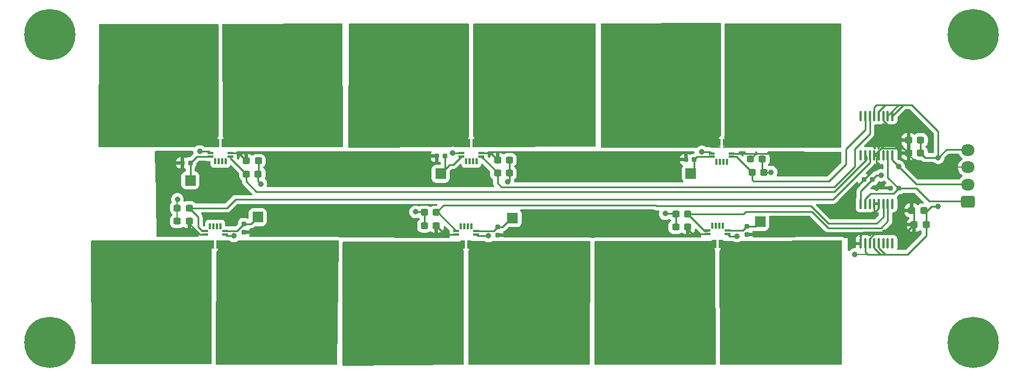
<source format=gbr>
%TF.GenerationSoftware,KiCad,Pcbnew,7.0.7*%
%TF.CreationDate,2024-01-12T20:40:26-05:00*%
%TF.ProjectId,new current sensor,6e657720-6375-4727-9265-6e742073656e,rev?*%
%TF.SameCoordinates,Original*%
%TF.FileFunction,Copper,L1,Top*%
%TF.FilePolarity,Positive*%
%FSLAX46Y46*%
G04 Gerber Fmt 4.6, Leading zero omitted, Abs format (unit mm)*
G04 Created by KiCad (PCBNEW 7.0.7) date 2024-01-12 20:40:26*
%MOMM*%
%LPD*%
G01*
G04 APERTURE LIST*
G04 Aperture macros list*
%AMRoundRect*
0 Rectangle with rounded corners*
0 $1 Rounding radius*
0 $2 $3 $4 $5 $6 $7 $8 $9 X,Y pos of 4 corners*
0 Add a 4 corners polygon primitive as box body*
4,1,4,$2,$3,$4,$5,$6,$7,$8,$9,$2,$3,0*
0 Add four circle primitives for the rounded corners*
1,1,$1+$1,$2,$3*
1,1,$1+$1,$4,$5*
1,1,$1+$1,$6,$7*
1,1,$1+$1,$8,$9*
0 Add four rect primitives between the rounded corners*
20,1,$1+$1,$2,$3,$4,$5,0*
20,1,$1+$1,$4,$5,$6,$7,0*
20,1,$1+$1,$6,$7,$8,$9,0*
20,1,$1+$1,$8,$9,$2,$3,0*%
%AMRotRect*
0 Rectangle, with rotation*
0 The origin of the aperture is its center*
0 $1 length*
0 $2 width*
0 $3 Rotation angle, in degrees counterclockwise*
0 Add horizontal line*
21,1,$1,$2,0,0,$3*%
G04 Aperture macros list end*
%TA.AperFunction,ComponentPad*%
%ADD10C,7.400000*%
%TD*%
%TA.AperFunction,SMDPad,CuDef*%
%ADD11RoundRect,0.100000X-0.100000X0.637500X-0.100000X-0.637500X0.100000X-0.637500X0.100000X0.637500X0*%
%TD*%
%TA.AperFunction,SMDPad,CuDef*%
%ADD12RoundRect,0.237500X-0.300000X-0.237500X0.300000X-0.237500X0.300000X0.237500X-0.300000X0.237500X0*%
%TD*%
%TA.AperFunction,SMDPad,CuDef*%
%ADD13RotRect,0.282800X0.282800X135.000000*%
%TD*%
%TA.AperFunction,SMDPad,CuDef*%
%ADD14R,0.800000X1.070000*%
%TD*%
%TA.AperFunction,SMDPad,CuDef*%
%ADD15R,0.600000X0.200000*%
%TD*%
%TA.AperFunction,SMDPad,CuDef*%
%ADD16R,0.850000X0.300000*%
%TD*%
%TA.AperFunction,SMDPad,CuDef*%
%ADD17R,0.300000X0.850000*%
%TD*%
%TA.AperFunction,SMDPad,CuDef*%
%ADD18RoundRect,0.160000X-0.197500X-0.160000X0.197500X-0.160000X0.197500X0.160000X-0.197500X0.160000X0*%
%TD*%
%TA.AperFunction,SMDPad,CuDef*%
%ADD19RoundRect,0.160000X0.160000X-0.197500X0.160000X0.197500X-0.160000X0.197500X-0.160000X-0.197500X0*%
%TD*%
%TA.AperFunction,ComponentPad*%
%ADD20RoundRect,0.250000X-0.550000X-0.550000X0.550000X-0.550000X0.550000X0.550000X-0.550000X0.550000X0*%
%TD*%
%TA.AperFunction,ComponentPad*%
%ADD21C,9.000000*%
%TD*%
%TA.AperFunction,SMDPad,CuDef*%
%ADD22RotRect,0.282800X0.282800X315.000000*%
%TD*%
%TA.AperFunction,SMDPad,CuDef*%
%ADD23RoundRect,0.237500X0.300000X0.237500X-0.300000X0.237500X-0.300000X-0.237500X0.300000X-0.237500X0*%
%TD*%
%TA.AperFunction,ComponentPad*%
%ADD24RoundRect,0.250000X0.725000X-0.600000X0.725000X0.600000X-0.725000X0.600000X-0.725000X-0.600000X0*%
%TD*%
%TA.AperFunction,ComponentPad*%
%ADD25O,1.950000X1.700000*%
%TD*%
%TA.AperFunction,SMDPad,CuDef*%
%ADD26RoundRect,0.100000X0.100000X-0.637500X0.100000X0.637500X-0.100000X0.637500X-0.100000X-0.637500X0*%
%TD*%
%TA.AperFunction,ViaPad*%
%ADD27C,0.800000*%
%TD*%
%TA.AperFunction,Conductor*%
%ADD28C,0.250000*%
%TD*%
%TA.AperFunction,Conductor*%
%ADD29C,0.200000*%
%TD*%
G04 APERTURE END LIST*
D10*
%TO.P,REF\u002A\u002A,1*%
%TO.N,N/C*%
X241300000Y-38100000D03*
%TD*%
%TO.P,REF\u002A\u002A,1*%
%TO.N,N/C*%
X107950000Y-38100000D03*
%TD*%
%TO.P,REF\u002A\u002A,1*%
%TO.N,N/C*%
X107950000Y-82550000D03*
%TD*%
%TO.P,REF\u002A\u002A,1*%
%TO.N,N/C*%
X241300000Y-82550000D03*
%TD*%
D11*
%TO.P,U7,1,A0*%
%TO.N,Earth*%
X229605000Y-49842500D03*
%TO.P,U7,2,A1*%
X228955000Y-49842500D03*
%TO.P,U7,3,RESET_N*%
%TO.N,+3.3V*%
X228305000Y-49842500D03*
%TO.P,U7,4,DGND*%
%TO.N,Earth*%
X227655000Y-49842500D03*
%TO.P,U7,5,AGND*%
X227005000Y-49842500D03*
%TO.P,U7,6,AIN3*%
%TO.N,Net-(U4-VIOUT)*%
X226355000Y-49842500D03*
%TO.P,U7,7,AIN2*%
%TO.N,Net-(U5-VIOUT)*%
X225705000Y-49842500D03*
%TO.P,U7,8,REFN*%
%TO.N,unconnected-(U7-REFN-Pad8)*%
X225055000Y-49842500D03*
%TO.P,U7,9,REFP*%
%TO.N,unconnected-(U7-REFP-Pad9)*%
X225055000Y-55567500D03*
%TO.P,U7,10,AIN1*%
%TO.N,Net-(U6-VIOUT)*%
X225705000Y-55567500D03*
%TO.P,U7,11,AIN0*%
%TO.N,Net-(U1-VIOUT)*%
X226355000Y-55567500D03*
%TO.P,U7,12,AVDD*%
%TO.N,+3.3V*%
X227005000Y-55567500D03*
%TO.P,U7,13,DVDD*%
X227655000Y-55567500D03*
%TO.P,U7,14,DRDY_N*%
%TO.N,unconnected-(U7-DRDY_N-Pad14)*%
X228305000Y-55567500D03*
%TO.P,U7,15,SDA*%
%TO.N,Net-(J1-Pin_1)*%
X228955000Y-55567500D03*
%TO.P,U7,16,SCL*%
%TO.N,Net-(J1-Pin_2)*%
X229605000Y-55567500D03*
%TD*%
D12*
%TO.P,CDVDD1,1*%
%TO.N,+3.3V*%
X231955000Y-53340000D03*
%TO.P,CDVDD1,2*%
%TO.N,Earth*%
X233680000Y-53340000D03*
%TD*%
D13*
%TO.P,U3,1,IP+*%
%TO.N,/M3+*%
X167350000Y-67965000D03*
D14*
X167550000Y-68500000D03*
D15*
X167650000Y-67865000D03*
D13*
%TO.P,U3,2,IP-*%
%TO.N,/M3-*%
X168750000Y-67965000D03*
D14*
X168550000Y-68500000D03*
D15*
X168450000Y-67865000D03*
D16*
%TO.P,U3,3,GND*%
%TO.N,Earth*%
X169500000Y-66950000D03*
%TO.P,U3,4,~{FAULT}*%
%TO.N,Net-(U3-~{FAULT})*%
X169500000Y-66450000D03*
D17*
%TO.P,U3,5,NC*%
%TO.N,unconnected-(U3-NC-Pad5)*%
X168800000Y-65750000D03*
%TO.P,U3,6,NC*%
%TO.N,unconnected-(U3-NC-Pad6)*%
X168300000Y-65750000D03*
%TO.P,U3,7,NC*%
%TO.N,unconnected-(U3-NC-Pad7)*%
X167800000Y-65750000D03*
%TO.P,U3,8,NC*%
%TO.N,unconnected-(U3-NC-Pad8)*%
X167300000Y-65750000D03*
D16*
%TO.P,U3,9,VIOUT*%
%TO.N,Net-(U3-VIOUT)*%
X166600000Y-66450000D03*
%TO.P,U3,10,VCC*%
%TO.N,+3.3V*%
X166600000Y-66950000D03*
%TD*%
D18*
%TO.P,R1,1*%
%TO.N,+3.3V*%
X225500000Y-59055000D03*
%TO.P,R1,2*%
%TO.N,Net-(J1-Pin_2)*%
X226695000Y-59055000D03*
%TD*%
D19*
%TO.P,Rpu1,1*%
%TO.N,+3.3V*%
X135950000Y-66645000D03*
%TO.P,Rpu1,2*%
%TO.N,Net-(U1-~{FAULT})*%
X135950000Y-65450000D03*
%TD*%
D20*
%TO.P,TP1,1,1*%
%TO.N,Net-(U1-~{FAULT})*%
X137949139Y-64454800D03*
%TD*%
D21*
%TO.P,H6.1,1,1*%
%TO.N,/M3+*%
X162113397Y-74698097D03*
%TD*%
%TO.P,H5.2,1,1*%
%TO.N,/M2-*%
X210850000Y-74400000D03*
%TD*%
D12*
%TO.P,CAVDD1,1*%
%TO.N,+3.3V*%
X231955000Y-55245000D03*
%TO.P,CAVDD1,2*%
%TO.N,Earth*%
X233680000Y-55245000D03*
%TD*%
D14*
%TO.P,U6,1,IP+*%
%TO.N,/M6+*%
X133064895Y-53654895D03*
D15*
X132964895Y-54289895D03*
D22*
X133264895Y-54189895D03*
%TO.P,U6,2,IP-*%
%TO.N,/M6-*%
X131864895Y-54189895D03*
D15*
X132164895Y-54289895D03*
D14*
X132064895Y-53654895D03*
D16*
%TO.P,U6,3,GND*%
%TO.N,Earth*%
X131114895Y-55204895D03*
%TO.P,U6,4,~{FAULT}*%
%TO.N,Net-(U6-~{FAULT})*%
X131114895Y-55704895D03*
D17*
%TO.P,U6,5,NC*%
%TO.N,unconnected-(U6-NC-Pad5)*%
X131814895Y-56404895D03*
%TO.P,U6,6,NC*%
%TO.N,unconnected-(U6-NC-Pad6)*%
X132314895Y-56404895D03*
%TO.P,U6,7,NC*%
%TO.N,unconnected-(U6-NC-Pad7)*%
X132814895Y-56404895D03*
%TO.P,U6,8,NC*%
%TO.N,unconnected-(U6-NC-Pad8)*%
X133314895Y-56404895D03*
D16*
%TO.P,U6,9,VIOUT*%
%TO.N,Net-(U6-VIOUT)*%
X134014895Y-55704895D03*
%TO.P,U6,10,VCC*%
%TO.N,+3.3V*%
X134014895Y-55204895D03*
%TD*%
D18*
%TO.P,R2,1*%
%TO.N,+3.3V*%
X229310000Y-60325000D03*
%TO.P,R2,2*%
%TO.N,Net-(J1-Pin_1)*%
X230505000Y-60325000D03*
%TD*%
D21*
%TO.P,H6.2,1,1*%
%TO.N,/M3-*%
X174413397Y-74798097D03*
%TD*%
D13*
%TO.P,U1,1,IP+*%
%TO.N,/M1+*%
X131100000Y-67965000D03*
D15*
X131400000Y-67865000D03*
D14*
X131300000Y-68500000D03*
D13*
%TO.P,U1,2,IP-*%
%TO.N,/M1-*%
X132500000Y-67965000D03*
D15*
X132200000Y-67865000D03*
D14*
X132300000Y-68500000D03*
D16*
%TO.P,U1,3,GND*%
%TO.N,Earth*%
X133250000Y-66950000D03*
%TO.P,U1,4,~{FAULT}*%
%TO.N,Net-(U1-~{FAULT})*%
X133250000Y-66450000D03*
D17*
%TO.P,U1,5,NC*%
%TO.N,unconnected-(U1-NC-Pad5)*%
X132550000Y-65750000D03*
%TO.P,U1,6,NC*%
%TO.N,unconnected-(U1-NC-Pad6)*%
X132050000Y-65750000D03*
%TO.P,U1,7,NC*%
%TO.N,unconnected-(U1-NC-Pad7)*%
X131550000Y-65750000D03*
%TO.P,U1,8,NC*%
%TO.N,unconnected-(U1-NC-Pad8)*%
X131050000Y-65750000D03*
D16*
%TO.P,U1,9,VIOUT*%
%TO.N,Net-(U1-VIOUT)*%
X130350000Y-66450000D03*
%TO.P,U1,10,VCC*%
%TO.N,+3.3V*%
X130350000Y-66950000D03*
%TD*%
D14*
%TO.P,U2,1,IP+*%
%TO.N,/M2+*%
X203850000Y-68450000D03*
D15*
X203950000Y-67815000D03*
D13*
X203650000Y-67915000D03*
D14*
%TO.P,U2,2,IP-*%
%TO.N,/M2-*%
X204850000Y-68450000D03*
D13*
X205050000Y-67915000D03*
D15*
X204750000Y-67815000D03*
D16*
%TO.P,U2,3,GND*%
%TO.N,Earth*%
X205800000Y-66900000D03*
%TO.P,U2,4,~{FAULT}*%
%TO.N,Net-(U2-~{FAULT})*%
X205800000Y-66400000D03*
D17*
%TO.P,U2,5,NC*%
%TO.N,unconnected-(U2-NC-Pad5)*%
X205100000Y-65700000D03*
%TO.P,U2,6,NC*%
%TO.N,unconnected-(U2-NC-Pad6)*%
X204600000Y-65700000D03*
%TO.P,U2,7,NC*%
%TO.N,unconnected-(U2-NC-Pad7)*%
X204100000Y-65700000D03*
%TO.P,U2,8,NC*%
%TO.N,unconnected-(U2-NC-Pad8)*%
X203600000Y-65700000D03*
D16*
%TO.P,U2,9,VIOUT*%
%TO.N,Net-(U2-VIOUT)*%
X202900000Y-66400000D03*
%TO.P,U2,10,VCC*%
%TO.N,+3.3V*%
X202900000Y-66900000D03*
%TD*%
D23*
%TO.P,Cload1,1*%
%TO.N,Net-(U1-VIOUT)*%
X128050000Y-63145000D03*
%TO.P,Cload1,2*%
%TO.N,Earth*%
X126325000Y-63145000D03*
%TD*%
%TO.P,Cload3,1*%
%TO.N,Net-(U3-VIOUT)*%
X163750000Y-63795000D03*
%TO.P,Cload3,2*%
%TO.N,Earth*%
X162025000Y-63795000D03*
%TD*%
D20*
%TO.P,TP4,1,1*%
%TO.N,Net-(U4-~{FAULT})*%
X164360000Y-58205000D03*
%TD*%
D21*
%TO.P,H4.1,1,1*%
%TO.N,/M1+*%
X124699139Y-74954800D03*
%TD*%
%TO.P,H2.2,1,1*%
%TO.N,/M5-*%
X198350000Y-48050000D03*
%TD*%
D20*
%TO.P,TP3,1,1*%
%TO.N,Net-(U3-~{FAULT})*%
X174763397Y-64598097D03*
%TD*%
D23*
%TO.P,CByp3,1*%
%TO.N,+3.3V*%
X163750000Y-65700000D03*
%TO.P,CByp3,2*%
%TO.N,Earth*%
X162025000Y-65700000D03*
%TD*%
D18*
%TO.P,Rpu4,1*%
%TO.N,+3.3V*%
X163800000Y-55665000D03*
%TO.P,Rpu4,2*%
%TO.N,Net-(U4-~{FAULT})*%
X164995000Y-55665000D03*
%TD*%
D12*
%TO.P,CByp5,1*%
%TO.N,+3.3V*%
X209100000Y-56070000D03*
%TO.P,CByp5,2*%
%TO.N,Earth*%
X210825000Y-56070000D03*
%TD*%
D23*
%TO.P,CByp2,1*%
%TO.N,+3.3V*%
X200050000Y-65900000D03*
%TO.P,CByp2,2*%
%TO.N,Earth*%
X198325000Y-65900000D03*
%TD*%
D21*
%TO.P,H1.1,1,1*%
%TO.N,/M4+*%
X175750000Y-48050000D03*
%TD*%
D12*
%TO.P,Cload4,1*%
%TO.N,Net-(U4-VIOUT)*%
X172575000Y-58100000D03*
%TO.P,Cload4,2*%
%TO.N,Earth*%
X174300000Y-58100000D03*
%TD*%
%TO.P,CByp6,1*%
%TO.N,+3.3V*%
X136325000Y-56334703D03*
%TO.P,CByp6,2*%
%TO.N,Earth*%
X138050000Y-56334703D03*
%TD*%
%TO.P,CAVDD2,1*%
%TO.N,+3.3V*%
X232410000Y-63500000D03*
%TO.P,CAVDD2,2*%
%TO.N,Earth*%
X234135000Y-63500000D03*
%TD*%
D24*
%TO.P,J1,1,Pin_1*%
%TO.N,Net-(J1-Pin_1)*%
X240550000Y-62250000D03*
D25*
%TO.P,J1,2,Pin_2*%
%TO.N,Net-(J1-Pin_2)*%
X240550000Y-59750000D03*
%TO.P,J1,3,Pin_3*%
%TO.N,+3V3*%
X240550000Y-57250000D03*
%TO.P,J1,4,Pin_4*%
%TO.N,Earth*%
X240550000Y-54750000D03*
%TD*%
D12*
%TO.P,Cload6,1*%
%TO.N,Net-(U6-VIOUT)*%
X136299895Y-58225105D03*
%TO.P,Cload6,2*%
%TO.N,Earth*%
X138024895Y-58225105D03*
%TD*%
D19*
%TO.P,Rpu3,1*%
%TO.N,+3.3V*%
X172600000Y-67045000D03*
%TO.P,Rpu3,2*%
%TO.N,Net-(U3-~{FAULT})*%
X172600000Y-65850000D03*
%TD*%
D21*
%TO.P,H3.2,1,1*%
%TO.N,/M6-*%
X125100000Y-47750000D03*
%TD*%
D22*
%TO.P,U5,1,IP+*%
%TO.N,/M5+*%
X205650000Y-54235000D03*
D15*
X205350000Y-54335000D03*
D14*
X205450000Y-53700000D03*
%TO.P,U5,2,IP-*%
%TO.N,/M5-*%
X204450000Y-53700000D03*
D22*
X204250000Y-54235000D03*
D15*
X204550000Y-54335000D03*
D16*
%TO.P,U5,3,GND*%
%TO.N,Earth*%
X203500000Y-55250000D03*
%TO.P,U5,4,~{FAULT}*%
%TO.N,Net-(U5-~{FAULT})*%
X203500000Y-55750000D03*
D17*
%TO.P,U5,5,NC*%
%TO.N,unconnected-(U5-NC-Pad5)*%
X204200000Y-56450000D03*
%TO.P,U5,6,NC*%
%TO.N,unconnected-(U5-NC-Pad6)*%
X204700000Y-56450000D03*
%TO.P,U5,7,NC*%
%TO.N,unconnected-(U5-NC-Pad7)*%
X205200000Y-56450000D03*
%TO.P,U5,8,NC*%
%TO.N,unconnected-(U5-NC-Pad8)*%
X205700000Y-56450000D03*
D16*
%TO.P,U5,9,VIOUT*%
%TO.N,Net-(U5-VIOUT)*%
X206400000Y-55750000D03*
%TO.P,U5,10,VCC*%
%TO.N,+3.3V*%
X206400000Y-55250000D03*
%TD*%
D12*
%TO.P,CByp4,1*%
%TO.N,+3.3V*%
X172575000Y-56195000D03*
%TO.P,CByp4,2*%
%TO.N,Earth*%
X174300000Y-56195000D03*
%TD*%
D21*
%TO.P,H1.2,1,1*%
%TO.N,/M4-*%
X162750000Y-48400000D03*
%TD*%
D18*
%TO.P,Rpu6,1*%
%TO.N,+3.3V*%
X127029895Y-56625105D03*
%TO.P,Rpu6,2*%
%TO.N,Net-(U6-~{FAULT})*%
X128224895Y-56625105D03*
%TD*%
D20*
%TO.P,TP5,1,1*%
%TO.N,Net-(U5-~{FAULT})*%
X200500000Y-58150000D03*
%TD*%
D21*
%TO.P,H2.1,1,1*%
%TO.N,/M5+*%
X212000000Y-47750000D03*
%TD*%
D15*
%TO.P,U4,1,IP+*%
%TO.N,/M4+*%
X169200000Y-54285000D03*
D14*
X169300000Y-53650000D03*
D22*
X169500000Y-54185000D03*
D14*
%TO.P,U4,2,IP-*%
%TO.N,/M4-*%
X168300000Y-53650000D03*
D22*
X168100000Y-54185000D03*
D15*
X168400000Y-54285000D03*
D16*
%TO.P,U4,3,GND*%
%TO.N,Earth*%
X167350000Y-55200000D03*
%TO.P,U4,4,~{FAULT}*%
%TO.N,Net-(U4-~{FAULT})*%
X167350000Y-55700000D03*
D17*
%TO.P,U4,5,NC*%
%TO.N,unconnected-(U4-NC-Pad5)*%
X168050000Y-56400000D03*
%TO.P,U4,6,NC*%
%TO.N,unconnected-(U4-NC-Pad6)*%
X168550000Y-56400000D03*
%TO.P,U4,7,NC*%
%TO.N,unconnected-(U4-NC-Pad7)*%
X169050000Y-56400000D03*
%TO.P,U4,8,NC*%
%TO.N,unconnected-(U4-NC-Pad8)*%
X169550000Y-56400000D03*
D16*
%TO.P,U4,9,VIOUT*%
%TO.N,Net-(U4-VIOUT)*%
X170250000Y-55700000D03*
%TO.P,U4,10,VCC*%
%TO.N,+3.3V*%
X170250000Y-55200000D03*
%TD*%
D26*
%TO.P,U8,1,A0*%
%TO.N,+3.3V*%
X225055000Y-68267500D03*
%TO.P,U8,2,A1*%
%TO.N,Earth*%
X225705000Y-68267500D03*
%TO.P,U8,3,RESET_N*%
%TO.N,+3.3V*%
X226355000Y-68267500D03*
%TO.P,U8,4,DGND*%
%TO.N,Earth*%
X227005000Y-68267500D03*
%TO.P,U8,5,AGND*%
X227655000Y-68267500D03*
%TO.P,U8,6,AIN3*%
%TO.N,unconnected-(U8-AIN3-Pad6)*%
X228305000Y-68267500D03*
%TO.P,U8,7,AIN2*%
%TO.N,unconnected-(U8-AIN2-Pad7)*%
X228955000Y-68267500D03*
%TO.P,U8,8,REFN*%
%TO.N,unconnected-(U8-REFN-Pad8)*%
X229605000Y-68267500D03*
%TO.P,U8,9,REFP*%
%TO.N,unconnected-(U8-REFP-Pad9)*%
X229605000Y-62542500D03*
%TO.P,U8,10,AIN1*%
%TO.N,Net-(U2-VIOUT)*%
X228955000Y-62542500D03*
%TO.P,U8,11,AIN0*%
%TO.N,Net-(U3-VIOUT)*%
X228305000Y-62542500D03*
%TO.P,U8,12,AVDD*%
%TO.N,+3.3V*%
X227655000Y-62542500D03*
%TO.P,U8,13,DVDD*%
X227005000Y-62542500D03*
%TO.P,U8,14,DRDY_N*%
%TO.N,unconnected-(U8-DRDY_N-Pad14)*%
X226355000Y-62542500D03*
%TO.P,U8,15,SDA*%
%TO.N,Net-(J1-Pin_1)*%
X225705000Y-62542500D03*
%TO.P,U8,16,SCL*%
%TO.N,Net-(J1-Pin_2)*%
X225055000Y-62542500D03*
%TD*%
D18*
%TO.P,Rpu5,1*%
%TO.N,+3.3V*%
X199770000Y-56165000D03*
%TO.P,Rpu5,2*%
%TO.N,Net-(U5-~{FAULT})*%
X200965000Y-56165000D03*
%TD*%
D21*
%TO.P,H3.1,1,1*%
%TO.N,/M6+*%
X139150000Y-47900000D03*
%TD*%
D20*
%TO.P,TP2,1,1*%
%TO.N,Net-(U2-~{FAULT})*%
X210505000Y-65127500D03*
%TD*%
D21*
%TO.P,H5.1,1,1*%
%TO.N,/M2+*%
X198550000Y-74300000D03*
%TD*%
%TO.P,H4.2,1,1*%
%TO.N,/M1-*%
X138949139Y-75154800D03*
%TD*%
D23*
%TO.P,CByp1,1*%
%TO.N,+3.3V*%
X128050000Y-65050000D03*
%TO.P,CByp1,2*%
%TO.N,Earth*%
X126325000Y-65050000D03*
%TD*%
D12*
%TO.P,Cload5,1*%
%TO.N,Net-(U5-VIOUT)*%
X209327500Y-57975000D03*
%TO.P,Cload5,2*%
%TO.N,Earth*%
X211052500Y-57975000D03*
%TD*%
D23*
%TO.P,Cload2,1*%
%TO.N,Net-(U2-VIOUT)*%
X200050000Y-63995000D03*
%TO.P,Cload2,2*%
%TO.N,Earth*%
X198325000Y-63995000D03*
%TD*%
D20*
%TO.P,TP6,1,1*%
%TO.N,Net-(U6-~{FAULT})*%
X128224895Y-59165105D03*
%TD*%
D19*
%TO.P,Rpu2,1*%
%TO.N,+3.3V*%
X208600000Y-66995000D03*
%TO.P,Rpu2,2*%
%TO.N,Net-(U2-~{FAULT})*%
X208600000Y-65800000D03*
%TD*%
D23*
%TO.P,CDVDD2,1*%
%TO.N,Earth*%
X234477500Y-65567500D03*
%TO.P,CDVDD2,2*%
%TO.N,+3.3V*%
X232752500Y-65567500D03*
%TD*%
D27*
%TO.N,+3.3V*%
X142600000Y-55900000D03*
X191200000Y-64400000D03*
X137250000Y-66750000D03*
X191300000Y-58400000D03*
X226695000Y-64135000D03*
X228525000Y-66675000D03*
X133900000Y-60700000D03*
X227330000Y-60325000D03*
X224155000Y-60325000D03*
X215200000Y-57800000D03*
X215400000Y-64900000D03*
%TO.N,Earth*%
X202100000Y-55025500D03*
X236220000Y-62894500D03*
X166100000Y-55200000D03*
X138400000Y-59650000D03*
X134500000Y-67174500D03*
X236220000Y-55880000D03*
X196800000Y-63950000D03*
X171300000Y-67174500D03*
X126350000Y-61900000D03*
X174072500Y-59370000D03*
X129574895Y-54980395D03*
X212095000Y-57975000D03*
X160750000Y-63700000D03*
X207150000Y-67200000D03*
X224155000Y-69850000D03*
%TO.N,Net-(J1-Pin_2)*%
X230505000Y-57150000D03*
X227965000Y-58420000D03*
%TD*%
D28*
%TO.N,Net-(U5-VIOUT)*%
X225705000Y-51790000D02*
X225705000Y-49842500D01*
X222885000Y-54610000D02*
X225705000Y-51790000D01*
X220425000Y-59245000D02*
X222885000Y-56785000D01*
X222885000Y-56785000D02*
X222885000Y-54610000D01*
X209555000Y-59245000D02*
X220425000Y-59245000D01*
X209327500Y-59017500D02*
X209555000Y-59245000D01*
X209327500Y-57975000D02*
X209327500Y-59017500D01*
%TO.N,Net-(U2-VIOUT)*%
X200050000Y-63995000D02*
X208055000Y-63995000D01*
X220345000Y-66040000D02*
X227965000Y-66040000D01*
X208055000Y-63995000D02*
X208400000Y-63650000D01*
X208400000Y-63650000D02*
X217955000Y-63650000D01*
X217955000Y-63650000D02*
X220345000Y-66040000D01*
X227965000Y-66040000D02*
X228955000Y-65050000D01*
X228955000Y-65050000D02*
X228955000Y-62542500D01*
%TO.N,Net-(U1-VIOUT)*%
X221045200Y-61904800D02*
X221375000Y-61575000D01*
X134749139Y-61904800D02*
X221045200Y-61904800D01*
X128050000Y-63145000D02*
X133508939Y-63145000D01*
X133508939Y-63145000D02*
X134749139Y-61904800D01*
%TO.N,+3.3V*%
X141904895Y-55204895D02*
X142600000Y-55900000D01*
X209130000Y-56070000D02*
X209950000Y-55250000D01*
X227330000Y-55892500D02*
X227655000Y-55567500D01*
X229870000Y-66675000D02*
X231645000Y-66675000D01*
X227215000Y-66675000D02*
X228525000Y-66675000D01*
X228525000Y-66675000D02*
X229870000Y-66675000D01*
X226355000Y-68267500D02*
X226355000Y-67535000D01*
X227655000Y-62542500D02*
X227655000Y-63175000D01*
X215200000Y-57800000D02*
X212650000Y-55250000D01*
X206400000Y-55250000D02*
X209950000Y-55250000D01*
X231645000Y-66675000D02*
X232752500Y-65567500D01*
X200050000Y-66250000D02*
X200700000Y-66900000D01*
X228305000Y-50531041D02*
X231113959Y-53340000D01*
X229193959Y-53340000D02*
X231955000Y-53340000D01*
X212650000Y-55250000D02*
X209950000Y-55250000D01*
X200050000Y-65900000D02*
X200050000Y-66250000D01*
X227655000Y-54878959D02*
X228579479Y-53954479D01*
D29*
X233680000Y-57150000D02*
X231955000Y-55425000D01*
D28*
X227005000Y-55567500D02*
X227005000Y-55528959D01*
X135195192Y-55204895D02*
X136325000Y-56334703D01*
X228028959Y-54505000D02*
X231215000Y-54505000D01*
X228305000Y-49842500D02*
X228305000Y-50531041D01*
X227005000Y-63825000D02*
X226695000Y-64135000D01*
X231955000Y-53340000D02*
X231955000Y-55245000D01*
D29*
X233680000Y-57150000D02*
X233780000Y-57250000D01*
D28*
X227005000Y-55528959D02*
X229193959Y-53340000D01*
X129625000Y-66950000D02*
X130350000Y-66950000D01*
X200700000Y-66900000D02*
X202900000Y-66900000D01*
X134014895Y-55204895D02*
X135195192Y-55204895D01*
X232752500Y-63662500D02*
X232752500Y-65567500D01*
X128050000Y-65050000D02*
X128050000Y-65375000D01*
D29*
X233780000Y-57250000D02*
X240550000Y-57250000D01*
D28*
X226355000Y-67535000D02*
X227215000Y-66675000D01*
X171580000Y-55200000D02*
X172575000Y-56195000D01*
X225055000Y-67045000D02*
X225425000Y-66675000D01*
X231113959Y-53340000D02*
X231955000Y-53340000D01*
X227330000Y-57225000D02*
X227330000Y-55892500D01*
X227330000Y-57225000D02*
X225500000Y-59055000D01*
X166600000Y-66950000D02*
X165000000Y-66950000D01*
X227655000Y-54878959D02*
X228028959Y-54505000D01*
D29*
X232410000Y-63320000D02*
X232752500Y-63662500D01*
D28*
X227005000Y-62542500D02*
X227005000Y-63825000D01*
X225055000Y-68267500D02*
X225055000Y-67045000D01*
X135195192Y-55204895D02*
X141904895Y-55204895D01*
X170250000Y-55200000D02*
X171580000Y-55200000D01*
X137145000Y-66645000D02*
X137250000Y-66750000D01*
X135950000Y-66645000D02*
X137145000Y-66645000D01*
X231215000Y-54505000D02*
X231955000Y-55245000D01*
X227655000Y-63175000D02*
X226695000Y-64135000D01*
X224230000Y-60325000D02*
X225462500Y-59092500D01*
X208655000Y-67050000D02*
X208600000Y-66995000D01*
X224155000Y-60325000D02*
X224230000Y-60325000D01*
D29*
X231955000Y-55425000D02*
X231955000Y-55245000D01*
D28*
X225425000Y-66675000D02*
X229870000Y-66675000D01*
X165000000Y-66950000D02*
X163750000Y-65700000D01*
X128050000Y-65375000D02*
X129625000Y-66950000D01*
%TO.N,Earth*%
X231140000Y-48260000D02*
X232410000Y-48260000D01*
X198280000Y-63950000D02*
X198325000Y-63995000D01*
X202100000Y-55025500D02*
X203275500Y-55025500D01*
X133250000Y-66950000D02*
X133475000Y-66950000D01*
X169500000Y-66950000D02*
X169725000Y-66950000D01*
D29*
X126325000Y-63145000D02*
X126325000Y-61647500D01*
D28*
X231775000Y-69850000D02*
X234477500Y-67147500D01*
X174300000Y-56195000D02*
X174300000Y-58100000D01*
X235245500Y-62894500D02*
X234477500Y-63662500D01*
X210825000Y-57747500D02*
X211052500Y-57975000D01*
X227655000Y-49153959D02*
X228548959Y-48260000D01*
X196800000Y-63950000D02*
X198280000Y-63950000D01*
X134500000Y-67174500D02*
X133474500Y-67174500D01*
X138400000Y-59650000D02*
X138024895Y-59274895D01*
X138050000Y-58200000D02*
X138024895Y-58225105D01*
X169724500Y-67174500D02*
X169500000Y-66950000D01*
X211052500Y-57975000D02*
X212095000Y-57975000D01*
X227005000Y-68267500D02*
X227005000Y-68956041D01*
X206100000Y-67200000D02*
X205800000Y-66900000D01*
X171300000Y-67174500D02*
X169724500Y-67174500D01*
X230505000Y-48260000D02*
X231140000Y-48260000D01*
X237430000Y-54670000D02*
X236220000Y-55880000D01*
X234315000Y-55880000D02*
X233680000Y-55245000D01*
X203275500Y-55025500D02*
X203500000Y-55250000D01*
X227655000Y-49842500D02*
X227655000Y-49153959D01*
X240390000Y-54670000D02*
X237430000Y-54670000D01*
X231140000Y-48260000D02*
X231187500Y-48260000D01*
X228955000Y-49810000D02*
X230505000Y-48260000D01*
X236220000Y-55880000D02*
X234315000Y-55880000D01*
X227005000Y-68956041D02*
X227898959Y-69850000D01*
X166100000Y-55200000D02*
X167350000Y-55200000D01*
X226060000Y-69850000D02*
X228548959Y-69850000D01*
X161930000Y-63700000D02*
X162025000Y-63795000D01*
X229235000Y-69850000D02*
X231775000Y-69850000D01*
X236220000Y-62894500D02*
X235245500Y-62894500D01*
D29*
X224155000Y-69850000D02*
X226060000Y-69850000D01*
D28*
X227965000Y-69850000D02*
X229235000Y-69850000D01*
X228955000Y-49842500D02*
X228955000Y-49810000D01*
D29*
X126325000Y-63145000D02*
X126325000Y-65050000D01*
D28*
X234477500Y-65567500D02*
X234477500Y-67147500D01*
X225705000Y-68267500D02*
X225705000Y-69495000D01*
X129574895Y-54980395D02*
X130890395Y-54980395D01*
X138024895Y-59274895D02*
X138024895Y-58225105D01*
X227898959Y-69850000D02*
X229235000Y-69850000D01*
X207150000Y-67200000D02*
X206100000Y-67200000D01*
X233680000Y-53340000D02*
X233680000Y-55245000D01*
X234477500Y-63662500D02*
X234477500Y-65567500D01*
X236220000Y-52070000D02*
X236220000Y-55880000D01*
X160750000Y-63700000D02*
X161930000Y-63700000D01*
X174300000Y-58100000D02*
X174300000Y-59142500D01*
X227655000Y-68956041D02*
X228548959Y-69850000D01*
X227330000Y-48260000D02*
X229235000Y-48260000D01*
X225705000Y-69495000D02*
X226060000Y-69850000D01*
X162025000Y-65700000D02*
X162025000Y-63795000D01*
X174300000Y-59142500D02*
X174072500Y-59370000D01*
X133474500Y-67174500D02*
X133250000Y-66950000D01*
X227655000Y-68267500D02*
X227655000Y-68956041D01*
X227850000Y-69850000D02*
X227965000Y-69850000D01*
X227005000Y-49842500D02*
X227005000Y-48585000D01*
X130890395Y-54980395D02*
X131114895Y-55204895D01*
X198325000Y-63995000D02*
X198325000Y-65900000D01*
X210825000Y-56070000D02*
X210825000Y-57747500D01*
X227005000Y-48585000D02*
X227330000Y-48260000D01*
X232410000Y-48260000D02*
X236220000Y-52070000D01*
X228548959Y-48260000D02*
X229235000Y-48260000D01*
X229235000Y-48260000D02*
X230505000Y-48260000D01*
X231187500Y-48260000D02*
X229605000Y-49842500D01*
X138050000Y-56334703D02*
X138050000Y-58200000D01*
%TO.N,Net-(U2-VIOUT)*%
X202875000Y-66425000D02*
X202900000Y-66400000D01*
X200050000Y-63995000D02*
X202480000Y-66425000D01*
X202480000Y-66425000D02*
X202875000Y-66425000D01*
%TO.N,Net-(U3-VIOUT)*%
X217791396Y-62850000D02*
X220346396Y-65405000D01*
X195400000Y-62700000D02*
X195550000Y-62850000D01*
X165231603Y-62698097D02*
X165233506Y-62700000D01*
X220346396Y-65405000D02*
X227330000Y-65405000D01*
X228305000Y-64430000D02*
X228305000Y-62542500D01*
X164846903Y-62698097D02*
X165231603Y-62698097D01*
X195550000Y-62850000D02*
X217791396Y-62850000D01*
X227330000Y-65405000D02*
X228305000Y-64430000D01*
X163945000Y-63795000D02*
X163750000Y-63795000D01*
X166600000Y-66450000D02*
X163945000Y-63795000D01*
X163750000Y-63795000D02*
X164846903Y-62698097D01*
X165233506Y-62700000D02*
X195400000Y-62700000D01*
%TO.N,Net-(U4-VIOUT)*%
X172575000Y-58025000D02*
X172575000Y-58100000D01*
X170250000Y-55700000D02*
X172575000Y-58025000D01*
X224153604Y-57150000D02*
X224155000Y-57150000D01*
X224155000Y-57150000D02*
X224155000Y-54610000D01*
X224155000Y-54610000D02*
X226355000Y-52410000D01*
X172575000Y-58100000D02*
X172575000Y-59525000D01*
X226355000Y-52410000D02*
X226355000Y-49842500D01*
X221208604Y-60095000D02*
X224153604Y-57150000D01*
X173145000Y-60095000D02*
X221208604Y-60095000D01*
X172575000Y-59525000D02*
X173145000Y-60095000D01*
%TO.N,Net-(U5-VIOUT)*%
X207102500Y-55750000D02*
X209327500Y-57975000D01*
X206400000Y-55750000D02*
X207102500Y-55750000D01*
%TO.N,Net-(U1-VIOUT)*%
X129900000Y-66450000D02*
X129350000Y-65900000D01*
X226355000Y-55567500D02*
X226355000Y-56595000D01*
X130350000Y-66450000D02*
X129900000Y-66450000D01*
X221375000Y-61575000D02*
X221150000Y-61800000D01*
X226355000Y-56595000D02*
X221375000Y-61575000D01*
X129350000Y-64445000D02*
X128050000Y-63145000D01*
X129350000Y-65900000D02*
X129350000Y-64445000D01*
%TO.N,Net-(U1-~{FAULT})*%
X134950000Y-66450000D02*
X135950000Y-65450000D01*
X136953939Y-65450000D02*
X137949139Y-64454800D01*
X135950000Y-65450000D02*
X136953939Y-65450000D01*
X133250000Y-66450000D02*
X134950000Y-66450000D01*
%TO.N,Net-(U2-~{FAULT})*%
X208000000Y-66400000D02*
X208600000Y-65800000D01*
X205800000Y-66400000D02*
X208000000Y-66400000D01*
X209832500Y-65800000D02*
X210505000Y-65127500D01*
X208600000Y-65800000D02*
X209832500Y-65800000D01*
%TO.N,Net-(U3-~{FAULT})*%
X169500000Y-66450000D02*
X172000000Y-66450000D01*
X172000000Y-66450000D02*
X172600000Y-65850000D01*
X172600000Y-65850000D02*
X173311494Y-65850000D01*
X173311494Y-65850000D02*
X174363397Y-64798097D01*
%TO.N,Net-(U5-~{FAULT})*%
X201380000Y-55750000D02*
X200965000Y-56165000D01*
X200965000Y-57685000D02*
X200500000Y-58150000D01*
X203500000Y-55750000D02*
X201380000Y-55750000D01*
X200965000Y-56165000D02*
X200965000Y-57685000D01*
%TO.N,Net-(U6-VIOUT)*%
X136299895Y-58225105D02*
X136299895Y-59300105D01*
X225830000Y-55692500D02*
X225705000Y-55567500D01*
X136299895Y-59300105D02*
X137749790Y-60750000D01*
X137749790Y-60750000D02*
X221224645Y-60750000D01*
X221224645Y-60750000D02*
X225830000Y-56144645D01*
X225830000Y-56144645D02*
X225830000Y-55692500D01*
X134014895Y-55704895D02*
X134014895Y-55940105D01*
X134014895Y-55940105D02*
X136299895Y-58225105D01*
%TO.N,Net-(J1-Pin_1)*%
X234890000Y-62170000D02*
X240390000Y-62170000D01*
X226475000Y-61050000D02*
X229780000Y-61050000D01*
X228955000Y-55567500D02*
X228955000Y-58775000D01*
X229780000Y-61050000D02*
X230505000Y-60325000D01*
X233045000Y-60325000D02*
X234890000Y-62170000D01*
X228955000Y-58775000D02*
X230505000Y-60325000D01*
X225705000Y-61820000D02*
X226475000Y-61050000D01*
X225705000Y-62542500D02*
X225705000Y-61820000D01*
X230505000Y-60325000D02*
X233045000Y-60325000D01*
%TO.N,Net-(J1-Pin_2)*%
X225055000Y-60695000D02*
X226657500Y-59092500D01*
X227965000Y-58420000D02*
X227330000Y-58420000D01*
X227330000Y-58420000D02*
X226657500Y-59092500D01*
X229605000Y-56250000D02*
X230505000Y-57150000D01*
X234335000Y-59670000D02*
X240390000Y-59670000D01*
X230505000Y-57150000D02*
X233025000Y-59670000D01*
X225055000Y-62542500D02*
X225055000Y-60695000D01*
X233025000Y-59670000D02*
X234335000Y-59670000D01*
X229605000Y-55567500D02*
X229605000Y-56250000D01*
%TO.N,Net-(U4-~{FAULT})*%
X164995000Y-55665000D02*
X164995000Y-57570000D01*
X166175105Y-56874895D02*
X167350000Y-55700000D01*
X165690105Y-56874895D02*
X166175105Y-56874895D01*
X164360000Y-58205000D02*
X165690105Y-56874895D01*
%TO.N,Net-(U6-~{FAULT})*%
X128224895Y-59165105D02*
X128224895Y-56625105D01*
X128224895Y-56625105D02*
X129145105Y-55704895D01*
X129145105Y-55704895D02*
X131114895Y-55704895D01*
%TD*%
%TA.AperFunction,Conductor*%
%TO.N,/M4+*%
G36*
X186716971Y-36495084D02*
G01*
X186763540Y-36548674D01*
X186775000Y-36601178D01*
X186775000Y-54174355D01*
X186754998Y-54242476D01*
X186701342Y-54288969D01*
X186649356Y-54300354D01*
X169334856Y-54349265D01*
X169266679Y-54329456D01*
X169220035Y-54275932D01*
X169208500Y-54223266D01*
X169208500Y-53066367D01*
X169208499Y-53066350D01*
X169201990Y-53005803D01*
X169201988Y-53005795D01*
X169150889Y-52868797D01*
X169150887Y-52868792D01*
X169100132Y-52800992D01*
X169075321Y-52734472D01*
X169075000Y-52725483D01*
X169075000Y-36625822D01*
X169095002Y-36557701D01*
X169148658Y-36511208D01*
X169200820Y-36499822D01*
X186648822Y-36475178D01*
X186716971Y-36495084D01*
G37*
%TD.AperFunction*%
%TD*%
%TA.AperFunction,Conductor*%
%TO.N,/M5+*%
G36*
X222124372Y-36499630D02*
G01*
X222192432Y-36519832D01*
X222238767Y-36573624D01*
X222250000Y-36625629D01*
X222250000Y-54324000D01*
X222229998Y-54392121D01*
X222176342Y-54438614D01*
X222124000Y-54450000D01*
X205484500Y-54450000D01*
X205416379Y-54429998D01*
X205369886Y-54376342D01*
X205358500Y-54324000D01*
X205358500Y-53116367D01*
X205358499Y-53116350D01*
X205351990Y-53055803D01*
X205351988Y-53055795D01*
X205312092Y-52948832D01*
X205307026Y-52878017D01*
X205315681Y-52852135D01*
X205327203Y-52827090D01*
X205346572Y-52761801D01*
X205346911Y-52760825D01*
X205347394Y-52759026D01*
X205347397Y-52759021D01*
X205368599Y-52614409D01*
X205413146Y-36577957D01*
X205413144Y-36577947D01*
X205413149Y-36576500D01*
X205433341Y-36508435D01*
X205487125Y-36462091D01*
X205539517Y-36450851D01*
X222124372Y-36499630D01*
G37*
%TD.AperFunction*%
%TD*%
%TA.AperFunction,Conductor*%
%TO.N,/M2-*%
G36*
X222290856Y-67811185D02*
G01*
X222337679Y-67864553D01*
X222349390Y-67917949D01*
X222300347Y-85674348D01*
X222280156Y-85742413D01*
X222226373Y-85788758D01*
X222174347Y-85800000D01*
X204825647Y-85800000D01*
X204757526Y-85779998D01*
X204711033Y-85726342D01*
X204699647Y-85674354D01*
X204699647Y-85674348D01*
X204653775Y-69336427D01*
X204673585Y-69268254D01*
X204678888Y-69260592D01*
X204700889Y-69231204D01*
X204751989Y-69094201D01*
X204758500Y-69033638D01*
X204758500Y-68024553D01*
X204778502Y-67956433D01*
X204832158Y-67909940D01*
X204883719Y-67898556D01*
X206510318Y-67888523D01*
X206578561Y-67908105D01*
X206585156Y-67912585D01*
X206693243Y-67991115D01*
X206693245Y-67991116D01*
X206693248Y-67991118D01*
X206867712Y-68068794D01*
X207054513Y-68108500D01*
X207245487Y-68108500D01*
X207432288Y-68068794D01*
X207606752Y-67991118D01*
X207725786Y-67904634D01*
X207792651Y-67880777D01*
X207799042Y-67880573D01*
X222222613Y-67791603D01*
X222290856Y-67811185D01*
G37*
%TD.AperFunction*%
%TD*%
%TA.AperFunction,Conductor*%
%TO.N,/M2+*%
G36*
X203883621Y-67920002D02*
G01*
X203930114Y-67973658D01*
X203941500Y-68026000D01*
X203941500Y-69033649D01*
X203948009Y-69094196D01*
X203948010Y-69094199D01*
X203999745Y-69232905D01*
X204007687Y-69276233D01*
X204099292Y-85673296D01*
X204079671Y-85741528D01*
X204026276Y-85788319D01*
X203973294Y-85800000D01*
X186726000Y-85800000D01*
X186657879Y-85779998D01*
X186611386Y-85726342D01*
X186600000Y-85674000D01*
X186600000Y-68026000D01*
X186620002Y-67957879D01*
X186673658Y-67911386D01*
X186726000Y-67900000D01*
X203815500Y-67900000D01*
X203883621Y-67920002D01*
G37*
%TD.AperFunction*%
%TD*%
%TA.AperFunction,Conductor*%
%TO.N,/M1+*%
G36*
X131242371Y-67820002D02*
G01*
X131288864Y-67873658D01*
X131300249Y-67925748D01*
X131327076Y-81438706D01*
X131335320Y-85590956D01*
X131315453Y-85659116D01*
X131261890Y-85705715D01*
X131209195Y-85717206D01*
X114025773Y-85700125D01*
X113957672Y-85680055D01*
X113911232Y-85626353D01*
X113899898Y-85574229D01*
X113885673Y-67926102D01*
X113905620Y-67857965D01*
X113959238Y-67811429D01*
X114011673Y-67800000D01*
X131174250Y-67800000D01*
X131242371Y-67820002D01*
G37*
%TD.AperFunction*%
%TD*%
%TA.AperFunction,Conductor*%
%TO.N,/M3-*%
G36*
X170780114Y-67920002D02*
G01*
X170786054Y-67924064D01*
X170843248Y-67965618D01*
X171017712Y-68043294D01*
X171204513Y-68083000D01*
X171395487Y-68083000D01*
X171582288Y-68043294D01*
X171756752Y-67965618D01*
X171813945Y-67924064D01*
X171880814Y-67900205D01*
X171888007Y-67900000D01*
X172283780Y-67900000D01*
X172311939Y-67904285D01*
X172312080Y-67903579D01*
X172318608Y-67904877D01*
X172318614Y-67904879D01*
X172385970Y-67911000D01*
X172385973Y-67911000D01*
X172814027Y-67911000D01*
X172814030Y-67911000D01*
X172881386Y-67904879D01*
X172881393Y-67904876D01*
X172887920Y-67903579D01*
X172888060Y-67904285D01*
X172916220Y-67900000D01*
X185873294Y-67900000D01*
X185941415Y-67920002D01*
X185987908Y-67973658D01*
X185999292Y-68026704D01*
X185900700Y-85674704D01*
X185880318Y-85742712D01*
X185826403Y-85788904D01*
X185774702Y-85800000D01*
X168526000Y-85800000D01*
X168457879Y-85779998D01*
X168411386Y-85726342D01*
X168400000Y-85674000D01*
X168400000Y-69306321D01*
X168407944Y-69262288D01*
X168451989Y-69144201D01*
X168458500Y-69083638D01*
X168458500Y-68026000D01*
X168478502Y-67957879D01*
X168532158Y-67911386D01*
X168584500Y-67900000D01*
X170711993Y-67900000D01*
X170780114Y-67920002D01*
G37*
%TD.AperFunction*%
%TD*%
%TA.AperFunction,Conductor*%
%TO.N,/M4-*%
G36*
X168417121Y-36520002D02*
G01*
X168463614Y-36573658D01*
X168475000Y-36626000D01*
X168475000Y-52792275D01*
X168454998Y-52860396D01*
X168449872Y-52867779D01*
X168449111Y-52868795D01*
X168449110Y-52868796D01*
X168398011Y-53005795D01*
X168398009Y-53005803D01*
X168391500Y-53066350D01*
X168391500Y-54249897D01*
X168371498Y-54318018D01*
X168317842Y-54364511D01*
X168266041Y-54375896D01*
X166526756Y-54383360D01*
X166474967Y-54372468D01*
X166382290Y-54331206D01*
X166195487Y-54291500D01*
X166004513Y-54291500D01*
X165817707Y-54331207D01*
X165716733Y-54376162D01*
X165666027Y-54387054D01*
X151127247Y-54449453D01*
X151059041Y-54429743D01*
X151012318Y-54376288D01*
X151000708Y-54322756D01*
X151099301Y-36625298D01*
X151119683Y-36557290D01*
X151173597Y-36511097D01*
X151225300Y-36500000D01*
X168349000Y-36500000D01*
X168417121Y-36520002D01*
G37*
%TD.AperFunction*%
%TD*%
%TA.AperFunction,Conductor*%
%TO.N,/M5-*%
G36*
X204841617Y-36470085D02*
G01*
X204888186Y-36523674D01*
X204899648Y-36576531D01*
X204855101Y-52612983D01*
X204834909Y-52681048D01*
X204804610Y-52713501D01*
X204686738Y-52801738D01*
X204599112Y-52918792D01*
X204599110Y-52918797D01*
X204548011Y-53055795D01*
X204548009Y-53055803D01*
X204541500Y-53116350D01*
X204541500Y-54323374D01*
X204521498Y-54391495D01*
X204467842Y-54437988D01*
X204415319Y-54449374D01*
X203572483Y-54448161D01*
X203518152Y-54434170D01*
X203517933Y-54434724D01*
X203513525Y-54432979D01*
X203511968Y-54432578D01*
X203510566Y-54431807D01*
X203510559Y-54431804D01*
X203490936Y-54426766D01*
X203472236Y-54420364D01*
X203453645Y-54412319D01*
X203453643Y-54412318D01*
X203453642Y-54412318D01*
X203407042Y-54404937D01*
X203401229Y-54403733D01*
X203355530Y-54392000D01*
X203335276Y-54392000D01*
X203315566Y-54390449D01*
X203295557Y-54387280D01*
X203295556Y-54387280D01*
X203248583Y-54391720D01*
X203242650Y-54392000D01*
X202808200Y-54392000D01*
X202740079Y-54371998D01*
X202714563Y-54350310D01*
X202711252Y-54346633D01*
X202556752Y-54234382D01*
X202382288Y-54156706D01*
X202195487Y-54117000D01*
X202004513Y-54117000D01*
X201817711Y-54156706D01*
X201643247Y-54234382D01*
X201488743Y-54346636D01*
X201437753Y-54403266D01*
X201377307Y-54440505D01*
X201343937Y-54444955D01*
X187600819Y-54425181D01*
X187532727Y-54405081D01*
X187486311Y-54351358D01*
X187475000Y-54299181D01*
X187475000Y-36600819D01*
X187495002Y-36532698D01*
X187548658Y-36486205D01*
X187600816Y-36474819D01*
X204773468Y-36450181D01*
X204841617Y-36470085D01*
G37*
%TD.AperFunction*%
%TD*%
%TA.AperFunction,Conductor*%
%TO.N,+3.3V*%
G36*
X232798527Y-60978502D02*
G01*
X232819501Y-60995405D01*
X234125500Y-62301405D01*
X234159526Y-62363717D01*
X234154461Y-62434533D01*
X234111914Y-62491368D01*
X234045394Y-62516179D01*
X234036405Y-62516500D01*
X233785287Y-62516500D01*
X233683119Y-62526937D01*
X233517579Y-62581791D01*
X233369153Y-62673342D01*
X233369147Y-62673347D01*
X233361241Y-62681254D01*
X233298929Y-62715280D01*
X233228114Y-62710215D01*
X233183051Y-62681254D01*
X233175539Y-62673742D01*
X233175533Y-62673737D01*
X233027207Y-62582248D01*
X232861776Y-62527431D01*
X232861773Y-62527430D01*
X232759684Y-62517000D01*
X232664000Y-62517000D01*
X232664000Y-63628000D01*
X232643998Y-63696121D01*
X232590342Y-63742614D01*
X232538000Y-63754000D01*
X231364500Y-63754000D01*
X231364500Y-63787184D01*
X231374930Y-63889273D01*
X231374931Y-63889276D01*
X231429748Y-64054707D01*
X231521237Y-64203033D01*
X231521242Y-64203039D01*
X231644460Y-64326257D01*
X231644466Y-64326262D01*
X231792792Y-64417751D01*
X231958220Y-64472568D01*
X231987302Y-64475539D01*
X232053037Y-64502361D01*
X232093837Y-64560464D01*
X232096746Y-64631401D01*
X232060843Y-64692650D01*
X232040645Y-64708127D01*
X231986969Y-64741235D01*
X231986960Y-64741242D01*
X231863742Y-64864460D01*
X231863737Y-64864466D01*
X231772248Y-65012792D01*
X231717431Y-65178223D01*
X231717430Y-65178226D01*
X231707000Y-65280315D01*
X231707000Y-65313500D01*
X232880500Y-65313500D01*
X232948621Y-65333502D01*
X232995114Y-65387158D01*
X233006500Y-65439500D01*
X233006500Y-66550500D01*
X233102185Y-66550500D01*
X233102184Y-66550499D01*
X233204273Y-66540069D01*
X233204276Y-66540068D01*
X233369707Y-66485251D01*
X233518033Y-66393762D01*
X233525547Y-66386248D01*
X233587858Y-66352221D01*
X233658674Y-66357283D01*
X233703742Y-66386246D01*
X233711654Y-66394158D01*
X233784147Y-66438872D01*
X233831625Y-66491658D01*
X233844000Y-66546113D01*
X233844000Y-66832904D01*
X233823998Y-66901025D01*
X233807095Y-66921999D01*
X231549500Y-69179595D01*
X231487188Y-69213620D01*
X231460405Y-69216500D01*
X230421142Y-69216500D01*
X230353021Y-69196498D01*
X230306528Y-69142842D01*
X230296424Y-69072568D01*
X230297167Y-69068944D01*
X230308718Y-68981206D01*
X230313500Y-68944885D01*
X230313499Y-67590116D01*
X230297838Y-67471150D01*
X230236524Y-67323124D01*
X230138987Y-67196013D01*
X230036830Y-67117624D01*
X230011878Y-67098477D01*
X229863848Y-67037161D01*
X229786402Y-67026965D01*
X229744885Y-67021500D01*
X229744882Y-67021500D01*
X229465116Y-67021500D01*
X229465107Y-67021501D01*
X229367237Y-67034386D01*
X229346150Y-67037162D01*
X229328214Y-67044591D01*
X229257624Y-67052177D01*
X229231786Y-67044591D01*
X229213848Y-67037161D01*
X229136402Y-67026965D01*
X229094885Y-67021500D01*
X229094882Y-67021500D01*
X228815116Y-67021500D01*
X228815107Y-67021501D01*
X228717237Y-67034386D01*
X228696150Y-67037162D01*
X228678214Y-67044591D01*
X228607624Y-67052177D01*
X228581786Y-67044591D01*
X228563848Y-67037161D01*
X228486402Y-67026965D01*
X228444885Y-67021500D01*
X228444882Y-67021500D01*
X228165116Y-67021500D01*
X228165107Y-67021501D01*
X228067237Y-67034386D01*
X228046150Y-67037162D01*
X228028214Y-67044591D01*
X227957624Y-67052177D01*
X227931786Y-67044591D01*
X227913848Y-67037161D01*
X227836402Y-67026965D01*
X227794885Y-67021500D01*
X227794882Y-67021500D01*
X227515116Y-67021500D01*
X227515107Y-67021501D01*
X227417237Y-67034386D01*
X227396150Y-67037162D01*
X227378214Y-67044591D01*
X227307624Y-67052177D01*
X227281786Y-67044591D01*
X227263848Y-67037161D01*
X227186402Y-67026965D01*
X227144885Y-67021500D01*
X227144882Y-67021500D01*
X226865116Y-67021500D01*
X226865107Y-67021501D01*
X226767237Y-67034386D01*
X226746150Y-67037162D01*
X226746149Y-67037162D01*
X226746146Y-67037163D01*
X226727558Y-67044862D01*
X226656968Y-67052448D01*
X226631130Y-67044861D01*
X226613720Y-67037650D01*
X226555000Y-67029919D01*
X226555000Y-67069430D01*
X226534998Y-67137551D01*
X226505707Y-67169390D01*
X226471013Y-67196013D01*
X226471010Y-67196016D01*
X226454961Y-67216931D01*
X226397622Y-67258797D01*
X226326751Y-67263017D01*
X226264849Y-67228252D01*
X226255039Y-67216931D01*
X226238989Y-67196016D01*
X226238987Y-67196013D01*
X226223947Y-67184472D01*
X226204293Y-67169390D01*
X226162427Y-67112051D01*
X226155000Y-67069430D01*
X226155000Y-67029919D01*
X226154999Y-67029919D01*
X226096279Y-67037650D01*
X226096278Y-67037650D01*
X226078870Y-67044861D01*
X226008280Y-67052449D01*
X225982438Y-67044861D01*
X225963850Y-67037162D01*
X225942764Y-67034386D01*
X225844885Y-67021500D01*
X225844882Y-67021500D01*
X225565116Y-67021500D01*
X225565107Y-67021501D01*
X225467237Y-67034386D01*
X225446150Y-67037162D01*
X225446148Y-67037162D01*
X225446142Y-67037164D01*
X225427556Y-67044862D01*
X225356966Y-67052448D01*
X225331129Y-67044861D01*
X225313720Y-67037650D01*
X225313717Y-67037649D01*
X225254999Y-67029919D01*
X225254998Y-67029919D01*
X225254999Y-67069430D01*
X225234998Y-67137551D01*
X225205706Y-67169391D01*
X225171013Y-67196013D01*
X225171011Y-67196014D01*
X225080961Y-67313368D01*
X225023622Y-67355235D01*
X224952751Y-67359456D01*
X224890848Y-67324691D01*
X224857568Y-67261978D01*
X224854999Y-67236663D01*
X224854999Y-67029919D01*
X224796281Y-67037649D01*
X224648378Y-67098912D01*
X224648370Y-67098917D01*
X224521369Y-67196369D01*
X224423917Y-67323370D01*
X224423912Y-67323378D01*
X224362649Y-67471281D01*
X224347000Y-67590150D01*
X224347000Y-68067500D01*
X224870501Y-68067500D01*
X224938622Y-68087502D01*
X224985115Y-68141158D01*
X224996500Y-68193497D01*
X224996501Y-68341500D01*
X224976499Y-68409621D01*
X224922843Y-68456114D01*
X224870501Y-68467500D01*
X224347001Y-68467500D01*
X224347001Y-68815500D01*
X224326999Y-68883621D01*
X224273343Y-68930114D01*
X224221001Y-68941500D01*
X224059513Y-68941500D01*
X223872711Y-68981206D01*
X223698247Y-69058882D01*
X223543744Y-69171135D01*
X223419636Y-69308972D01*
X223359190Y-69346212D01*
X223288206Y-69344860D01*
X223229222Y-69305347D01*
X223200964Y-69240216D01*
X223200000Y-69224662D01*
X223200000Y-67500000D01*
X223199999Y-67499999D01*
X222754861Y-67499554D01*
X222686760Y-67479484D01*
X222673067Y-67469288D01*
X222565808Y-67377499D01*
X222565807Y-67377498D01*
X222445341Y-67323378D01*
X222432487Y-67317603D01*
X222364244Y-67298021D01*
X222364241Y-67298020D01*
X222219451Y-67278113D01*
X222219446Y-67278113D01*
X221668895Y-67281508D01*
X209556774Y-67356220D01*
X209488531Y-67336638D01*
X209441708Y-67283270D01*
X209437631Y-67259795D01*
X209427772Y-67249000D01*
X208472000Y-67249000D01*
X208403879Y-67228998D01*
X208357386Y-67175342D01*
X208346000Y-67123000D01*
X208346000Y-67001455D01*
X208366002Y-66933334D01*
X208386520Y-66910914D01*
X208385755Y-66910149D01*
X208394879Y-66901025D01*
X208405685Y-66890218D01*
X208420724Y-66877374D01*
X208424373Y-66874723D01*
X208437107Y-66865472D01*
X208467188Y-66829108D01*
X208471168Y-66824734D01*
X208488690Y-66807212D01*
X208518002Y-66777903D01*
X208580315Y-66743879D01*
X208607095Y-66741000D01*
X209427772Y-66741000D01*
X209421884Y-66676209D01*
X209397197Y-66596986D01*
X209396027Y-66525999D01*
X209433421Y-66465649D01*
X209497507Y-66435095D01*
X209517492Y-66433500D01*
X209748647Y-66433500D01*
X209764488Y-66435249D01*
X209764516Y-66434956D01*
X209772402Y-66435700D01*
X209772409Y-66435702D01*
X209842458Y-66433500D01*
X209872356Y-66433500D01*
X209876769Y-66433500D01*
X209883175Y-66433825D01*
X209904455Y-66436000D01*
X211105544Y-66435999D01*
X211209426Y-66425387D01*
X211377738Y-66369615D01*
X211528652Y-66276530D01*
X211654030Y-66151152D01*
X211747115Y-66000238D01*
X211802887Y-65831926D01*
X211813500Y-65728045D01*
X211813499Y-64526956D01*
X211802887Y-64423074D01*
X211802886Y-64423072D01*
X211802808Y-64422305D01*
X211815784Y-64352505D01*
X211864437Y-64300799D01*
X211928156Y-64283500D01*
X217640406Y-64283500D01*
X217708527Y-64303502D01*
X217729501Y-64320405D01*
X219837753Y-66428657D01*
X219847720Y-66441097D01*
X219847947Y-66440910D01*
X219852999Y-66447017D01*
X219904095Y-66494999D01*
X219925225Y-66516130D01*
X219930768Y-66520430D01*
X219935281Y-66524285D01*
X219937802Y-66526652D01*
X219969679Y-66556586D01*
X219969680Y-66556586D01*
X219969682Y-66556588D01*
X219987429Y-66566344D01*
X220003959Y-66577202D01*
X220019959Y-66589613D01*
X220042925Y-66599551D01*
X220063251Y-66608347D01*
X220068585Y-66610959D01*
X220109940Y-66633695D01*
X220129562Y-66638733D01*
X220148263Y-66645135D01*
X220166855Y-66653181D01*
X220213470Y-66660563D01*
X220219242Y-66661758D01*
X220264970Y-66673500D01*
X220285231Y-66673500D01*
X220304939Y-66675050D01*
X220324943Y-66678219D01*
X220359464Y-66674956D01*
X220371910Y-66673780D01*
X220377842Y-66673500D01*
X227881147Y-66673500D01*
X227896988Y-66675249D01*
X227897016Y-66674956D01*
X227904902Y-66675700D01*
X227904909Y-66675702D01*
X227974958Y-66673500D01*
X228004856Y-66673500D01*
X228011818Y-66672619D01*
X228017719Y-66672154D01*
X228064889Y-66670673D01*
X228084347Y-66665019D01*
X228103694Y-66661013D01*
X228123797Y-66658474D01*
X228167679Y-66641099D01*
X228173274Y-66639183D01*
X228201816Y-66630891D01*
X228218591Y-66626019D01*
X228218595Y-66626017D01*
X228236026Y-66615708D01*
X228253780Y-66607009D01*
X228272617Y-66599552D01*
X228310786Y-66571818D01*
X228315744Y-66568562D01*
X228356362Y-66544542D01*
X228370685Y-66530218D01*
X228385724Y-66517374D01*
X228387431Y-66516134D01*
X228402107Y-66505472D01*
X228432193Y-66469103D01*
X228436161Y-66464741D01*
X229079402Y-65821500D01*
X231707000Y-65821500D01*
X231707000Y-65854684D01*
X231717430Y-65956773D01*
X231717431Y-65956776D01*
X231772248Y-66122207D01*
X231863737Y-66270533D01*
X231863742Y-66270539D01*
X231986960Y-66393757D01*
X231986966Y-66393762D01*
X232135292Y-66485251D01*
X232300723Y-66540068D01*
X232300726Y-66540069D01*
X232402815Y-66550499D01*
X232402815Y-66550500D01*
X232498500Y-66550500D01*
X232498500Y-65821500D01*
X231707000Y-65821500D01*
X229079402Y-65821500D01*
X229343657Y-65557245D01*
X229356092Y-65547284D01*
X229355905Y-65547057D01*
X229362009Y-65542005D01*
X229362018Y-65542000D01*
X229409999Y-65490904D01*
X229431134Y-65469770D01*
X229435429Y-65464232D01*
X229439271Y-65459731D01*
X229471586Y-65425321D01*
X229481345Y-65407567D01*
X229492197Y-65391046D01*
X229504613Y-65375041D01*
X229520982Y-65337213D01*
X229523347Y-65331748D01*
X229525961Y-65326412D01*
X229539094Y-65302523D01*
X229548695Y-65285060D01*
X229553733Y-65265435D01*
X229560138Y-65246730D01*
X229564263Y-65237198D01*
X229568181Y-65228145D01*
X229575563Y-65181525D01*
X229576761Y-65175744D01*
X229588500Y-65130030D01*
X229588500Y-65109768D01*
X229590051Y-65090058D01*
X229591836Y-65078792D01*
X229593219Y-65070057D01*
X229591829Y-65055353D01*
X229588780Y-65023089D01*
X229588500Y-65017157D01*
X229588500Y-63914499D01*
X229608502Y-63846378D01*
X229662158Y-63799885D01*
X229714500Y-63788499D01*
X229744884Y-63788499D01*
X229744892Y-63788498D01*
X229756278Y-63786999D01*
X229863850Y-63772838D01*
X230011876Y-63711524D01*
X230138987Y-63613987D01*
X230236524Y-63486876D01*
X230297838Y-63338850D01*
X230310062Y-63246000D01*
X231364500Y-63246000D01*
X232156000Y-63246000D01*
X232156000Y-62517000D01*
X232060315Y-62517000D01*
X231958226Y-62527430D01*
X231958223Y-62527431D01*
X231792792Y-62582248D01*
X231644466Y-62673737D01*
X231644460Y-62673742D01*
X231521242Y-62796960D01*
X231521237Y-62796966D01*
X231429748Y-62945292D01*
X231374931Y-63110723D01*
X231374930Y-63110726D01*
X231364500Y-63212815D01*
X231364500Y-63246000D01*
X230310062Y-63246000D01*
X230313500Y-63219885D01*
X230313499Y-61865116D01*
X230313499Y-61865115D01*
X230313498Y-61865107D01*
X230311299Y-61848409D01*
X230297838Y-61746150D01*
X230236890Y-61599009D01*
X230229302Y-61528421D01*
X230261081Y-61464934D01*
X230264176Y-61461726D01*
X230535499Y-61190404D01*
X230597812Y-61156379D01*
X230624595Y-61153500D01*
X230756527Y-61153500D01*
X230756530Y-61153500D01*
X230823886Y-61147379D01*
X230978876Y-61099082D01*
X231117805Y-61015097D01*
X231117810Y-61015091D01*
X231137498Y-60995405D01*
X231199810Y-60961379D01*
X231226593Y-60958500D01*
X232730406Y-60958500D01*
X232798527Y-60978502D01*
G37*
%TD.AperFunction*%
%TA.AperFunction,Conductor*%
G36*
X195157680Y-63353502D02*
G01*
X195171321Y-63364146D01*
X195174677Y-63366584D01*
X195174679Y-63366586D01*
X195192431Y-63376345D01*
X195208944Y-63387192D01*
X195224959Y-63399614D01*
X195267353Y-63417959D01*
X195268262Y-63418352D01*
X195273583Y-63420958D01*
X195314940Y-63443695D01*
X195314948Y-63443697D01*
X195334558Y-63448732D01*
X195353267Y-63455137D01*
X195371855Y-63463181D01*
X195418477Y-63470564D01*
X195424262Y-63471763D01*
X195469970Y-63483500D01*
X195490224Y-63483500D01*
X195509934Y-63485051D01*
X195512141Y-63485400D01*
X195529943Y-63488220D01*
X195563870Y-63485012D01*
X195576917Y-63483780D01*
X195582850Y-63483500D01*
X195822898Y-63483500D01*
X195891019Y-63503502D01*
X195937512Y-63557158D01*
X195947616Y-63627432D01*
X195942731Y-63648437D01*
X195906457Y-63760072D01*
X195886496Y-63949999D01*
X195906457Y-64139927D01*
X195926962Y-64203033D01*
X195965473Y-64321556D01*
X195968187Y-64326257D01*
X196060958Y-64486941D01*
X196060965Y-64486951D01*
X196188744Y-64628864D01*
X196217488Y-64649748D01*
X196343248Y-64741118D01*
X196517712Y-64818794D01*
X196704513Y-64858500D01*
X196895487Y-64858500D01*
X197082288Y-64818794D01*
X197256752Y-64741118D01*
X197298191Y-64711009D01*
X197365055Y-64687152D01*
X197434207Y-64703231D01*
X197461346Y-64723851D01*
X197559147Y-64821652D01*
X197559150Y-64821654D01*
X197559154Y-64821658D01*
X197589312Y-64840260D01*
X197636788Y-64893043D01*
X197648192Y-64963117D01*
X197619901Y-65028233D01*
X197589314Y-65054738D01*
X197559155Y-65073341D01*
X197559147Y-65073347D01*
X197435847Y-65196647D01*
X197435842Y-65196653D01*
X197344291Y-65345080D01*
X197289437Y-65510622D01*
X197279000Y-65612778D01*
X197279000Y-66187212D01*
X197289437Y-66289380D01*
X197344291Y-66454920D01*
X197435842Y-66603346D01*
X197435847Y-66603352D01*
X197559147Y-66726652D01*
X197559153Y-66726657D01*
X197559154Y-66726658D01*
X197707580Y-66818209D01*
X197873119Y-66873062D01*
X197975287Y-66883500D01*
X198674712Y-66883499D01*
X198776881Y-66873062D01*
X198942420Y-66818209D01*
X199090846Y-66726658D01*
X199098755Y-66718748D01*
X199161060Y-66684722D01*
X199231876Y-66689781D01*
X199276948Y-66718745D01*
X199284461Y-66726258D01*
X199284465Y-66726261D01*
X199432792Y-66817751D01*
X199598223Y-66872568D01*
X199598226Y-66872569D01*
X199700315Y-66882999D01*
X199700315Y-66883000D01*
X199796000Y-66883000D01*
X199796000Y-65772000D01*
X199816002Y-65703879D01*
X199869658Y-65657386D01*
X199922000Y-65646000D01*
X200178000Y-65646000D01*
X200246121Y-65666002D01*
X200292614Y-65719658D01*
X200304000Y-65772000D01*
X200304000Y-66883000D01*
X200399685Y-66883000D01*
X200399684Y-66882999D01*
X200501773Y-66872569D01*
X200501776Y-66872568D01*
X200667207Y-66817751D01*
X200815533Y-66726262D01*
X200815539Y-66726257D01*
X200938757Y-66603039D01*
X200938762Y-66603033D01*
X201030251Y-66454707D01*
X201085068Y-66289279D01*
X201091795Y-66223433D01*
X201118617Y-66157697D01*
X201176720Y-66116898D01*
X201247657Y-66113989D01*
X201306237Y-66147142D01*
X201639768Y-66480673D01*
X201972758Y-66813663D01*
X201982720Y-66826097D01*
X201982947Y-66825910D01*
X201987998Y-66832016D01*
X201994803Y-66838406D01*
X202030769Y-66899618D01*
X202027932Y-66970558D01*
X201997647Y-67019352D01*
X201967000Y-67049999D01*
X201967000Y-67098597D01*
X201973505Y-67159092D01*
X201994905Y-67216467D01*
X201999970Y-67287283D01*
X201965945Y-67349595D01*
X201903632Y-67383620D01*
X201876849Y-67386500D01*
X186725990Y-67386500D01*
X186637267Y-67396039D01*
X186616851Y-67398234D01*
X186616848Y-67398234D01*
X186616844Y-67398235D01*
X186616840Y-67398235D01*
X186564519Y-67409617D01*
X186564498Y-67409623D01*
X186460339Y-67444291D01*
X186453233Y-67447691D01*
X186452424Y-67446001D01*
X186393968Y-67463155D01*
X186393864Y-67463155D01*
X186191434Y-67462953D01*
X186139220Y-67451568D01*
X186086086Y-67427303D01*
X186086084Y-67427302D01*
X186074539Y-67423912D01*
X186017971Y-67407302D01*
X186017964Y-67407300D01*
X185979285Y-67401739D01*
X185873294Y-67386500D01*
X173557790Y-67386500D01*
X173489669Y-67366498D01*
X173466076Y-67339270D01*
X173465244Y-67340031D01*
X173427772Y-67299000D01*
X172472000Y-67299000D01*
X172403879Y-67278998D01*
X172357386Y-67225342D01*
X172346000Y-67173000D01*
X172346000Y-67051455D01*
X172366002Y-66983334D01*
X172386520Y-66960914D01*
X172385755Y-66960149D01*
X172405683Y-66940220D01*
X172420724Y-66927374D01*
X172424149Y-66924886D01*
X172437107Y-66915472D01*
X172467188Y-66879108D01*
X172471168Y-66874734D01*
X172488886Y-66857017D01*
X172518002Y-66827903D01*
X172580315Y-66793879D01*
X172607095Y-66791000D01*
X173427772Y-66791000D01*
X173421884Y-66726209D01*
X173390485Y-66625445D01*
X173389315Y-66554458D01*
X173426710Y-66494107D01*
X173464395Y-66470808D01*
X173470289Y-66468474D01*
X173470291Y-66468474D01*
X173514179Y-66451096D01*
X173519755Y-66449187D01*
X173565087Y-66436018D01*
X173565118Y-66436000D01*
X173582520Y-66425708D01*
X173600274Y-66417009D01*
X173619111Y-66409552D01*
X173657280Y-66381818D01*
X173662238Y-66378562D01*
X173702856Y-66354542D01*
X173717179Y-66340218D01*
X173732218Y-66327374D01*
X173733822Y-66326209D01*
X173748601Y-66315472D01*
X173778687Y-66279103D01*
X173782655Y-66274741D01*
X174113897Y-65943499D01*
X174176207Y-65909475D01*
X174202981Y-65906596D01*
X175363941Y-65906596D01*
X175467823Y-65895984D01*
X175636135Y-65840212D01*
X175787049Y-65747127D01*
X175912427Y-65621749D01*
X176005512Y-65470835D01*
X176061284Y-65302523D01*
X176071897Y-65198642D01*
X176071896Y-63997553D01*
X176061284Y-63893671D01*
X176005512Y-63725359D01*
X175912427Y-63574445D01*
X175912426Y-63574444D01*
X175912421Y-63574438D01*
X175886578Y-63548595D01*
X175852552Y-63486283D01*
X175857617Y-63415468D01*
X175900164Y-63358632D01*
X175966684Y-63333821D01*
X175975673Y-63333500D01*
X195089559Y-63333500D01*
X195157680Y-63353502D01*
G37*
%TD.AperFunction*%
%TA.AperFunction,Conductor*%
G36*
X163874725Y-62558302D02*
G01*
X163921218Y-62611958D01*
X163931322Y-62682232D01*
X163901828Y-62746812D01*
X163895699Y-62753395D01*
X163874499Y-62774595D01*
X163812187Y-62808621D01*
X163785404Y-62811500D01*
X163400287Y-62811500D01*
X163298119Y-62821937D01*
X163132579Y-62876791D01*
X162984153Y-62968342D01*
X162984147Y-62968347D01*
X162976595Y-62975900D01*
X162914283Y-63009926D01*
X162843468Y-63004861D01*
X162798405Y-62975900D01*
X162790852Y-62968347D01*
X162790846Y-62968342D01*
X162753476Y-62945292D01*
X162642420Y-62876791D01*
X162476881Y-62821938D01*
X162476879Y-62821937D01*
X162476877Y-62821937D01*
X162374721Y-62811500D01*
X161675287Y-62811500D01*
X161573119Y-62821937D01*
X161449329Y-62862956D01*
X161407580Y-62876791D01*
X161407578Y-62876791D01*
X161407578Y-62876792D01*
X161346954Y-62914185D01*
X161278474Y-62932921D01*
X161210735Y-62911661D01*
X161206753Y-62908883D01*
X161206752Y-62908882D01*
X161032288Y-62831206D01*
X160845487Y-62791500D01*
X160654513Y-62791500D01*
X160467711Y-62831206D01*
X160293247Y-62908882D01*
X160138744Y-63021135D01*
X160010965Y-63163048D01*
X160010958Y-63163058D01*
X159918236Y-63323658D01*
X159915473Y-63328444D01*
X159912895Y-63336379D01*
X159856457Y-63510072D01*
X159836904Y-63696121D01*
X159836496Y-63700000D01*
X159837707Y-63711522D01*
X159856457Y-63889927D01*
X159883012Y-63971652D01*
X159915473Y-64071556D01*
X159915476Y-64071561D01*
X160010958Y-64236941D01*
X160010965Y-64236951D01*
X160138744Y-64378864D01*
X160198535Y-64422305D01*
X160293248Y-64491118D01*
X160467712Y-64568794D01*
X160654513Y-64608500D01*
X160845487Y-64608500D01*
X161032288Y-64568794D01*
X161073574Y-64550411D01*
X161143940Y-64540977D01*
X161208237Y-64571082D01*
X161213918Y-64576423D01*
X161259147Y-64621652D01*
X161259150Y-64621654D01*
X161259154Y-64621658D01*
X161289312Y-64640260D01*
X161336788Y-64693043D01*
X161348192Y-64763117D01*
X161319901Y-64828233D01*
X161289314Y-64854738D01*
X161259155Y-64873341D01*
X161259147Y-64873347D01*
X161135847Y-64996647D01*
X161135842Y-64996653D01*
X161044291Y-65145080D01*
X160989437Y-65310622D01*
X160979000Y-65412778D01*
X160979000Y-65987212D01*
X160989437Y-66089380D01*
X161044291Y-66254920D01*
X161135842Y-66403346D01*
X161135847Y-66403352D01*
X161259147Y-66526652D01*
X161259153Y-66526657D01*
X161259154Y-66526658D01*
X161407580Y-66618209D01*
X161573119Y-66673062D01*
X161675287Y-66683500D01*
X162374712Y-66683499D01*
X162476881Y-66673062D01*
X162642420Y-66618209D01*
X162790846Y-66526658D01*
X162798755Y-66518748D01*
X162861060Y-66484722D01*
X162931876Y-66489781D01*
X162976948Y-66518745D01*
X162984461Y-66526258D01*
X162984465Y-66526261D01*
X163132792Y-66617751D01*
X163298223Y-66672568D01*
X163298226Y-66672569D01*
X163400315Y-66682999D01*
X163400315Y-66683000D01*
X163496000Y-66683000D01*
X163496000Y-65572000D01*
X163516002Y-65503879D01*
X163569658Y-65457386D01*
X163622000Y-65446000D01*
X163878000Y-65446000D01*
X163946121Y-65466002D01*
X163992614Y-65519658D01*
X164004000Y-65572000D01*
X164004000Y-66683000D01*
X164099685Y-66683000D01*
X164099684Y-66682999D01*
X164201773Y-66672569D01*
X164201776Y-66672568D01*
X164367207Y-66617751D01*
X164515533Y-66526262D01*
X164515539Y-66526257D01*
X164638757Y-66403039D01*
X164638762Y-66403033D01*
X164730251Y-66254707D01*
X164785068Y-66089276D01*
X164785069Y-66089273D01*
X164795499Y-65987184D01*
X164795500Y-65987184D01*
X164795500Y-65845594D01*
X164815502Y-65777473D01*
X164869158Y-65730980D01*
X164939432Y-65720876D01*
X165004012Y-65750370D01*
X165010595Y-65756499D01*
X165629595Y-66375499D01*
X165663621Y-66437811D01*
X165666500Y-66464594D01*
X165666500Y-66648649D01*
X165670826Y-66688881D01*
X165670826Y-66715817D01*
X165667000Y-66751398D01*
X165667000Y-66800001D01*
X165683853Y-66816854D01*
X165694573Y-66820002D01*
X165727318Y-66850488D01*
X165752030Y-66883499D01*
X165763253Y-66898491D01*
X165788063Y-66965012D01*
X165772971Y-67034386D01*
X165722769Y-67084588D01*
X165668580Y-67098418D01*
X165667000Y-67099999D01*
X165667000Y-67148597D01*
X165673505Y-67209094D01*
X165697075Y-67272288D01*
X165702139Y-67343104D01*
X165668114Y-67405416D01*
X165605801Y-67439441D01*
X165578893Y-67442320D01*
X149950088Y-67426675D01*
X149897550Y-67415141D01*
X149773081Y-67357873D01*
X149773079Y-67357872D01*
X149773076Y-67357871D01*
X149773062Y-67357866D01*
X149705027Y-67337681D01*
X149705021Y-67337679D01*
X149560403Y-67316470D01*
X149560405Y-67316470D01*
X136844061Y-67280547D01*
X136775997Y-67260353D01*
X136729656Y-67206566D01*
X136719751Y-67136264D01*
X136724122Y-67117062D01*
X136771884Y-66963790D01*
X136777772Y-66899000D01*
X135822000Y-66899000D01*
X135753879Y-66878998D01*
X135707386Y-66825342D01*
X135696000Y-66773000D01*
X135696000Y-66652094D01*
X135716002Y-66583973D01*
X135732902Y-66563000D01*
X135867999Y-66427904D01*
X135930312Y-66393879D01*
X135957095Y-66391000D01*
X136777772Y-66391000D01*
X136771884Y-66326209D01*
X136747197Y-66246986D01*
X136746027Y-66175999D01*
X136783421Y-66115649D01*
X136847507Y-66085095D01*
X136867492Y-66083500D01*
X136870086Y-66083500D01*
X136885927Y-66085249D01*
X136885955Y-66084956D01*
X136893841Y-66085700D01*
X136893848Y-66085702D01*
X136963897Y-66083500D01*
X136993795Y-66083500D01*
X137000757Y-66082619D01*
X137006658Y-66082154D01*
X137053828Y-66080673D01*
X137073286Y-66075019D01*
X137092633Y-66071013D01*
X137112736Y-66068474D01*
X137156618Y-66051099D01*
X137162213Y-66049183D01*
X137190755Y-66040891D01*
X137207530Y-66036019D01*
X137207534Y-66036017D01*
X137224965Y-66025708D01*
X137242719Y-66017009D01*
X137261556Y-66009552D01*
X137299725Y-65981818D01*
X137304683Y-65978562D01*
X137345301Y-65954542D01*
X137359624Y-65940218D01*
X137374663Y-65927374D01*
X137391046Y-65915472D01*
X137421132Y-65879103D01*
X137425101Y-65874740D01*
X137499640Y-65800201D01*
X137561951Y-65766178D01*
X137588733Y-65763299D01*
X138549683Y-65763299D01*
X138653565Y-65752687D01*
X138821877Y-65696915D01*
X138972791Y-65603830D01*
X139098169Y-65478452D01*
X139191254Y-65327538D01*
X139247026Y-65159226D01*
X139257639Y-65055345D01*
X139257638Y-63854256D01*
X139250060Y-63780079D01*
X139247026Y-63750374D01*
X139243777Y-63740568D01*
X139191254Y-63582062D01*
X139098169Y-63431148D01*
X139098168Y-63431147D01*
X139098163Y-63431141D01*
X138972797Y-63305775D01*
X138972791Y-63305770D01*
X138972791Y-63305769D01*
X138821877Y-63212685D01*
X138701320Y-63172737D01*
X138653566Y-63156913D01*
X138653559Y-63156912D01*
X138549692Y-63146300D01*
X137348594Y-63146300D01*
X137244713Y-63156912D01*
X137076400Y-63212685D01*
X136925486Y-63305770D01*
X136925480Y-63305775D01*
X136800114Y-63431141D01*
X136800109Y-63431147D01*
X136707024Y-63582062D01*
X136651252Y-63750372D01*
X136651251Y-63750379D01*
X136640639Y-63854246D01*
X136640639Y-64568722D01*
X136620637Y-64636843D01*
X136566981Y-64683336D01*
X136496707Y-64693440D01*
X136449457Y-64676551D01*
X136386376Y-64638418D01*
X136231386Y-64590121D01*
X136231384Y-64590120D01*
X136231382Y-64590120D01*
X136184225Y-64585835D01*
X136164030Y-64584000D01*
X135735970Y-64584000D01*
X135717609Y-64585668D01*
X135668617Y-64590120D01*
X135513624Y-64638418D01*
X135374698Y-64722400D01*
X135374688Y-64722408D01*
X135259908Y-64837188D01*
X135259900Y-64837198D01*
X135175918Y-64976124D01*
X135127620Y-65131117D01*
X135121500Y-65198472D01*
X135121500Y-65330405D01*
X135101498Y-65398526D01*
X135084595Y-65419500D01*
X134724500Y-65779595D01*
X134662188Y-65813621D01*
X134635405Y-65816500D01*
X133856504Y-65816500D01*
X133812470Y-65808555D01*
X133784201Y-65798011D01*
X133784196Y-65798009D01*
X133723649Y-65791500D01*
X133723638Y-65791500D01*
X133334500Y-65791500D01*
X133266379Y-65771498D01*
X133219886Y-65717842D01*
X133208500Y-65665500D01*
X133208500Y-65276367D01*
X133208499Y-65276350D01*
X133201990Y-65215803D01*
X133201988Y-65215795D01*
X133162441Y-65109769D01*
X133150889Y-65078796D01*
X133150888Y-65078794D01*
X133150887Y-65078792D01*
X133063261Y-64961738D01*
X132946207Y-64874112D01*
X132946202Y-64874110D01*
X132809204Y-64823011D01*
X132809196Y-64823009D01*
X132748649Y-64816500D01*
X132748638Y-64816500D01*
X132351362Y-64816500D01*
X132351357Y-64816500D01*
X132351345Y-64816501D01*
X132313466Y-64820573D01*
X132286534Y-64820573D01*
X132248654Y-64816501D01*
X132248642Y-64816500D01*
X132248638Y-64816500D01*
X131851362Y-64816500D01*
X131851357Y-64816500D01*
X131851345Y-64816501D01*
X131813466Y-64820573D01*
X131786534Y-64820573D01*
X131748654Y-64816501D01*
X131748642Y-64816500D01*
X131748638Y-64816500D01*
X131351362Y-64816500D01*
X131351357Y-64816500D01*
X131351345Y-64816501D01*
X131313466Y-64820573D01*
X131286534Y-64820573D01*
X131248654Y-64816501D01*
X131248642Y-64816500D01*
X131248638Y-64816500D01*
X130851362Y-64816500D01*
X130851350Y-64816500D01*
X130790803Y-64823009D01*
X130790795Y-64823011D01*
X130653797Y-64874110D01*
X130653792Y-64874112D01*
X130536738Y-64961738D01*
X130449112Y-65078792D01*
X130449110Y-65078797D01*
X130398011Y-65215795D01*
X130398009Y-65215803D01*
X130391500Y-65276350D01*
X130391500Y-65665500D01*
X130371498Y-65733621D01*
X130317842Y-65780114D01*
X130265500Y-65791500D01*
X130189595Y-65791500D01*
X130121474Y-65771498D01*
X130100500Y-65754595D01*
X130020405Y-65674500D01*
X129986379Y-65612188D01*
X129983500Y-65585405D01*
X129983500Y-64528854D01*
X129985249Y-64513012D01*
X129984956Y-64512985D01*
X129985700Y-64505099D01*
X129985702Y-64505092D01*
X129983500Y-64435028D01*
X129983500Y-64405144D01*
X129982620Y-64398182D01*
X129982156Y-64392293D01*
X129980674Y-64345111D01*
X129975020Y-64325652D01*
X129971012Y-64306297D01*
X129968474Y-64286203D01*
X129951103Y-64242329D01*
X129949189Y-64236740D01*
X129936019Y-64191407D01*
X129931358Y-64183526D01*
X129925703Y-64173964D01*
X129917005Y-64156209D01*
X129909552Y-64137383D01*
X129881818Y-64099210D01*
X129878558Y-64094247D01*
X129875728Y-64089462D01*
X129854542Y-64053638D01*
X129840214Y-64039310D01*
X129827384Y-64024289D01*
X129815472Y-64007893D01*
X129807846Y-64001584D01*
X129768108Y-63942750D01*
X129766487Y-63871772D01*
X129803497Y-63811185D01*
X129867387Y-63780224D01*
X129888162Y-63778500D01*
X133425086Y-63778500D01*
X133440927Y-63780249D01*
X133440955Y-63779956D01*
X133448841Y-63780700D01*
X133448848Y-63780702D01*
X133518897Y-63778500D01*
X133548795Y-63778500D01*
X133555757Y-63777619D01*
X133561658Y-63777154D01*
X133608828Y-63775673D01*
X133628286Y-63770019D01*
X133647633Y-63766013D01*
X133667736Y-63763474D01*
X133668194Y-63763293D01*
X133682018Y-63757819D01*
X133711618Y-63746099D01*
X133717213Y-63744183D01*
X133745755Y-63735891D01*
X133762530Y-63731019D01*
X133762534Y-63731017D01*
X133779965Y-63720708D01*
X133797719Y-63712009D01*
X133816556Y-63704552D01*
X133854725Y-63676818D01*
X133859683Y-63673562D01*
X133900301Y-63649542D01*
X133914624Y-63635218D01*
X133929663Y-63622374D01*
X133946046Y-63610472D01*
X133976132Y-63574103D01*
X133980100Y-63569741D01*
X134974640Y-62575202D01*
X135036950Y-62541179D01*
X135063733Y-62538300D01*
X163806604Y-62538300D01*
X163874725Y-62558302D01*
G37*
%TD.AperFunction*%
%TA.AperFunction,Conductor*%
G36*
X128540194Y-54905456D02*
G01*
X128608290Y-54925525D01*
X128654729Y-54979228D01*
X128665373Y-55018285D01*
X128681352Y-55170322D01*
X128682609Y-55174189D01*
X128682676Y-55176551D01*
X128682725Y-55176780D01*
X128682683Y-55176788D01*
X128684637Y-55245157D01*
X128651872Y-55302221D01*
X128194395Y-55759700D01*
X128132082Y-55793725D01*
X128105299Y-55796605D01*
X127973365Y-55796605D01*
X127955005Y-55798273D01*
X127906012Y-55802725D01*
X127751014Y-55851024D01*
X127751013Y-55851025D01*
X127692093Y-55886643D01*
X127623449Y-55904766D01*
X127561725Y-55886642D01*
X127503565Y-55851483D01*
X127348685Y-55803220D01*
X127283895Y-55797332D01*
X127283895Y-57452876D01*
X127348688Y-57446989D01*
X127427907Y-57422303D01*
X127498894Y-57421132D01*
X127559245Y-57458526D01*
X127589799Y-57522612D01*
X127591394Y-57542597D01*
X127591394Y-57752730D01*
X127571392Y-57820851D01*
X127517736Y-57867344D01*
X127505027Y-57872335D01*
X127352156Y-57922990D01*
X127201242Y-58016075D01*
X127201236Y-58016080D01*
X127075870Y-58141446D01*
X127075865Y-58141452D01*
X126982780Y-58292367D01*
X126927008Y-58460677D01*
X126927007Y-58460684D01*
X126916395Y-58564551D01*
X126916395Y-59765649D01*
X126927007Y-59869530D01*
X126982780Y-60037843D01*
X127075865Y-60188757D01*
X127075870Y-60188763D01*
X127201236Y-60314129D01*
X127201242Y-60314134D01*
X127201243Y-60314135D01*
X127352157Y-60407220D01*
X127520469Y-60462992D01*
X127624350Y-60473605D01*
X128825439Y-60473604D01*
X128929321Y-60462992D01*
X129097633Y-60407220D01*
X129248547Y-60314135D01*
X129373925Y-60188757D01*
X129467010Y-60037843D01*
X129522782Y-59869531D01*
X129533395Y-59765650D01*
X129533394Y-58564561D01*
X129531855Y-58549500D01*
X129522782Y-58460679D01*
X129509990Y-58422074D01*
X129467010Y-58292367D01*
X129373925Y-58141453D01*
X129373924Y-58141452D01*
X129373919Y-58141446D01*
X129248553Y-58016080D01*
X129248547Y-58016075D01*
X129097633Y-57922990D01*
X128944762Y-57872334D01*
X128886391Y-57831921D01*
X128859135Y-57766365D01*
X128858395Y-57752730D01*
X128858395Y-57346696D01*
X128878397Y-57278575D01*
X128895294Y-57257607D01*
X128952492Y-57200410D01*
X129036477Y-57061481D01*
X129084774Y-56906491D01*
X129090895Y-56839135D01*
X129090895Y-56707199D01*
X129110897Y-56639078D01*
X129127800Y-56618103D01*
X129370605Y-56375299D01*
X129432917Y-56341274D01*
X129459700Y-56338395D01*
X130508391Y-56338395D01*
X130552424Y-56346339D01*
X130580694Y-56356884D01*
X130580696Y-56356884D01*
X130580698Y-56356885D01*
X130641245Y-56363394D01*
X130641250Y-56363394D01*
X130641257Y-56363395D01*
X131030395Y-56363395D01*
X131098516Y-56383397D01*
X131145009Y-56437053D01*
X131156395Y-56489395D01*
X131156395Y-56878544D01*
X131162904Y-56939091D01*
X131162906Y-56939099D01*
X131214005Y-57076097D01*
X131214007Y-57076102D01*
X131301633Y-57193156D01*
X131418687Y-57280782D01*
X131418689Y-57280783D01*
X131418691Y-57280784D01*
X131469192Y-57299620D01*
X131555690Y-57331883D01*
X131555698Y-57331885D01*
X131616245Y-57338394D01*
X131616250Y-57338394D01*
X131616257Y-57338395D01*
X131616263Y-57338395D01*
X132013528Y-57338395D01*
X132013533Y-57338395D01*
X132051426Y-57334321D01*
X132078363Y-57334321D01*
X132116257Y-57338395D01*
X132116261Y-57338395D01*
X132513528Y-57338395D01*
X132513533Y-57338395D01*
X132551426Y-57334321D01*
X132578363Y-57334321D01*
X132616257Y-57338395D01*
X132616261Y-57338395D01*
X133013528Y-57338395D01*
X133013533Y-57338395D01*
X133051426Y-57334321D01*
X133078363Y-57334321D01*
X133116257Y-57338395D01*
X133116261Y-57338395D01*
X133513527Y-57338395D01*
X133513533Y-57338395D01*
X133513540Y-57338394D01*
X133513544Y-57338394D01*
X133574091Y-57331885D01*
X133574094Y-57331884D01*
X133574096Y-57331884D01*
X133711099Y-57280784D01*
X133721041Y-57273342D01*
X133828156Y-57193156D01*
X133915782Y-57076102D01*
X133915782Y-57076101D01*
X133915784Y-57076099D01*
X133939416Y-57012738D01*
X133981961Y-56955906D01*
X134048481Y-56931095D01*
X134117855Y-56946186D01*
X134146565Y-56967679D01*
X135216990Y-58038104D01*
X135251016Y-58100416D01*
X135253895Y-58127199D01*
X135253895Y-58512317D01*
X135264332Y-58614485D01*
X135319186Y-58780025D01*
X135410737Y-58928451D01*
X135410742Y-58928457D01*
X135534042Y-59051757D01*
X135534048Y-59051762D01*
X135534049Y-59051763D01*
X135606542Y-59096477D01*
X135654020Y-59149263D01*
X135666395Y-59203718D01*
X135666395Y-59216251D01*
X135664646Y-59232093D01*
X135664939Y-59232121D01*
X135664193Y-59240012D01*
X135664193Y-59240014D01*
X135665186Y-59271603D01*
X135666395Y-59310062D01*
X135666395Y-59339956D01*
X135666396Y-59339977D01*
X135667273Y-59346925D01*
X135667739Y-59352837D01*
X135669221Y-59399993D01*
X135669222Y-59399998D01*
X135674872Y-59419444D01*
X135678881Y-59438802D01*
X135681420Y-59458898D01*
X135681421Y-59458904D01*
X135698788Y-59502767D01*
X135700711Y-59508384D01*
X135713877Y-59553698D01*
X135724189Y-59571136D01*
X135732883Y-59588884D01*
X135740339Y-59607714D01*
X135740345Y-59607725D01*
X135768072Y-59645888D01*
X135771332Y-59650851D01*
X135795355Y-59691470D01*
X135809674Y-59705789D01*
X135822512Y-59720819D01*
X135831565Y-59733279D01*
X135834423Y-59737212D01*
X135849881Y-59750000D01*
X135870781Y-59767290D01*
X135875162Y-59771276D01*
X136518185Y-60414299D01*
X137160091Y-61056205D01*
X137194117Y-61118517D01*
X137189052Y-61189332D01*
X137146505Y-61246168D01*
X137079985Y-61270979D01*
X137070996Y-61271300D01*
X134832993Y-61271300D01*
X134817151Y-61269550D01*
X134817124Y-61269844D01*
X134809231Y-61269097D01*
X134739168Y-61271300D01*
X134709283Y-61271300D01*
X134709279Y-61271300D01*
X134709268Y-61271301D01*
X134702329Y-61272177D01*
X134696416Y-61272643D01*
X134649250Y-61274125D01*
X134629789Y-61279779D01*
X134610443Y-61283785D01*
X134590343Y-61286325D01*
X134590342Y-61286325D01*
X134546474Y-61303693D01*
X134540859Y-61305615D01*
X134495552Y-61318778D01*
X134495543Y-61318782D01*
X134478101Y-61329097D01*
X134460354Y-61337791D01*
X134441522Y-61345247D01*
X134441520Y-61345248D01*
X134403353Y-61372978D01*
X134398393Y-61376236D01*
X134357775Y-61400259D01*
X134357772Y-61400261D01*
X134343451Y-61414583D01*
X134328422Y-61427419D01*
X134312032Y-61439327D01*
X134281947Y-61475692D01*
X134277951Y-61480083D01*
X133283439Y-62474595D01*
X133221127Y-62508620D01*
X133194344Y-62511500D01*
X129052562Y-62511500D01*
X128984441Y-62491498D01*
X128945321Y-62451646D01*
X128939158Y-62441654D01*
X128939155Y-62441651D01*
X128939152Y-62441647D01*
X128815852Y-62318347D01*
X128815846Y-62318342D01*
X128788387Y-62301405D01*
X128667420Y-62226791D01*
X128501881Y-62171938D01*
X128501879Y-62171937D01*
X128501877Y-62171937D01*
X128399721Y-62161500D01*
X127700287Y-62161500D01*
X127598119Y-62171937D01*
X127432574Y-62226793D01*
X127432572Y-62226794D01*
X127432137Y-62227063D01*
X127431797Y-62227155D01*
X127425930Y-62229892D01*
X127425462Y-62228888D01*
X127363655Y-62245792D01*
X127295919Y-62224524D01*
X127250435Y-62170011D01*
X127241642Y-62099561D01*
X127242760Y-62093606D01*
X127243542Y-62089926D01*
X127253543Y-61994770D01*
X127263504Y-61900000D01*
X127243542Y-61710072D01*
X127184527Y-61528444D01*
X127089040Y-61363056D01*
X127089038Y-61363054D01*
X127089034Y-61363048D01*
X126961255Y-61221135D01*
X126806752Y-61108882D01*
X126632288Y-61031206D01*
X126445487Y-60991500D01*
X126254513Y-60991500D01*
X126067711Y-61031206D01*
X125893247Y-61108882D01*
X125738744Y-61221135D01*
X125610965Y-61363048D01*
X125610958Y-61363058D01*
X125526985Y-61508504D01*
X125515473Y-61528444D01*
X125512825Y-61536594D01*
X125456457Y-61710072D01*
X125436496Y-61900000D01*
X125456457Y-62089927D01*
X125513798Y-62266401D01*
X125515826Y-62337369D01*
X125483062Y-62394432D01*
X125435844Y-62441651D01*
X125435842Y-62441653D01*
X125344291Y-62590080D01*
X125289437Y-62755622D01*
X125279000Y-62857778D01*
X125279000Y-63432212D01*
X125289437Y-63534380D01*
X125344291Y-63699920D01*
X125435842Y-63848346D01*
X125435847Y-63848352D01*
X125559147Y-63971652D01*
X125559155Y-63971659D01*
X125589312Y-63990260D01*
X125636789Y-64043046D01*
X125648192Y-64113121D01*
X125619899Y-64178236D01*
X125589312Y-64204740D01*
X125559155Y-64223340D01*
X125559147Y-64223347D01*
X125435847Y-64346647D01*
X125435842Y-64346653D01*
X125344291Y-64495080D01*
X125289437Y-64660622D01*
X125279000Y-64762778D01*
X125279000Y-65337212D01*
X125289437Y-65439380D01*
X125344291Y-65604920D01*
X125435842Y-65753346D01*
X125435847Y-65753352D01*
X125559147Y-65876652D01*
X125559153Y-65876657D01*
X125559154Y-65876658D01*
X125707580Y-65968209D01*
X125873119Y-66023062D01*
X125975287Y-66033500D01*
X126674712Y-66033499D01*
X126776881Y-66023062D01*
X126942420Y-65968209D01*
X127090846Y-65876658D01*
X127098755Y-65868748D01*
X127161060Y-65834722D01*
X127231876Y-65839781D01*
X127276948Y-65868745D01*
X127284461Y-65876258D01*
X127284465Y-65876261D01*
X127432792Y-65967751D01*
X127598223Y-66022568D01*
X127598226Y-66022569D01*
X127700315Y-66032999D01*
X127700315Y-66033000D01*
X127796000Y-66033000D01*
X127796000Y-64922000D01*
X127816002Y-64853879D01*
X127869658Y-64807386D01*
X127922000Y-64796000D01*
X128178000Y-64796000D01*
X128246121Y-64816002D01*
X128292614Y-64869658D01*
X128304000Y-64922000D01*
X128304000Y-66033000D01*
X128399685Y-66033000D01*
X128399684Y-66032999D01*
X128501773Y-66022569D01*
X128501782Y-66022567D01*
X128579225Y-65996905D01*
X128650180Y-65994464D01*
X128711190Y-66030771D01*
X128736011Y-66070126D01*
X128748893Y-66102662D01*
X128750816Y-66108278D01*
X128763982Y-66153593D01*
X128774294Y-66171031D01*
X128782988Y-66188779D01*
X128790444Y-66207609D01*
X128790450Y-66207620D01*
X128818177Y-66245783D01*
X128821437Y-66250746D01*
X128835615Y-66274719D01*
X128844286Y-66289381D01*
X128845460Y-66291365D01*
X128859779Y-66305684D01*
X128872617Y-66320714D01*
X128881694Y-66333206D01*
X128884528Y-66337107D01*
X128905606Y-66354544D01*
X128920886Y-66367185D01*
X128925267Y-66371171D01*
X129161101Y-66607005D01*
X129392753Y-66838657D01*
X129402720Y-66851097D01*
X129402947Y-66850910D01*
X129407999Y-66857017D01*
X129443168Y-66890043D01*
X129479134Y-66951256D01*
X129476295Y-67022196D01*
X129446011Y-67070988D01*
X129417000Y-67099999D01*
X129417000Y-67148585D01*
X129417181Y-67151964D01*
X129415931Y-67152030D01*
X129404224Y-67216905D01*
X129355843Y-67268865D01*
X129291554Y-67286500D01*
X123422184Y-67286500D01*
X123354063Y-67266498D01*
X123307570Y-67212842D01*
X123296200Y-67162516D01*
X123295978Y-67148621D01*
X123131665Y-56879105D01*
X126168031Y-56879105D01*
X126170510Y-56906395D01*
X126218773Y-57061275D01*
X126302695Y-57200099D01*
X126302699Y-57200104D01*
X126417395Y-57314800D01*
X126417400Y-57314804D01*
X126556224Y-57398726D01*
X126711104Y-57446989D01*
X126775894Y-57452876D01*
X126775895Y-57452876D01*
X126775895Y-56879105D01*
X126168031Y-56879105D01*
X123131665Y-56879105D01*
X123123537Y-56371104D01*
X126168030Y-56371104D01*
X126168031Y-56371105D01*
X126775895Y-56371105D01*
X126775895Y-55797332D01*
X126711104Y-55803220D01*
X126556224Y-55851483D01*
X126417400Y-55935405D01*
X126417395Y-55935409D01*
X126302699Y-56050105D01*
X126302695Y-56050110D01*
X126218773Y-56188934D01*
X126170510Y-56343814D01*
X126168030Y-56371104D01*
X123123537Y-56371104D01*
X123102050Y-55028142D01*
X123120960Y-54959712D01*
X123173865Y-54912366D01*
X123228157Y-54900128D01*
X128540194Y-54905456D01*
G37*
%TD.AperFunction*%
%TA.AperFunction,Conductor*%
G36*
X224595236Y-59354832D02*
G01*
X224652072Y-59397379D01*
X224671498Y-59435401D01*
X224688875Y-59491165D01*
X224688877Y-59491169D01*
X224772800Y-59629994D01*
X224772804Y-59629999D01*
X224887499Y-59744694D01*
X224887510Y-59744702D01*
X224888159Y-59745095D01*
X224888535Y-59745506D01*
X224893508Y-59749402D01*
X224892860Y-59750228D01*
X224936109Y-59797452D01*
X224948140Y-59867422D01*
X224920433Y-59932789D01*
X224912072Y-59942020D01*
X224666333Y-60187759D01*
X224653901Y-60197721D01*
X224654089Y-60197948D01*
X224647980Y-60203001D01*
X224600016Y-60254078D01*
X224578866Y-60275227D01*
X224574560Y-60280777D01*
X224570714Y-60285279D01*
X224538417Y-60319674D01*
X224538411Y-60319683D01*
X224528651Y-60337435D01*
X224517803Y-60353950D01*
X224505386Y-60369958D01*
X224486645Y-60413264D01*
X224484034Y-60418594D01*
X224461305Y-60459939D01*
X224461303Y-60459944D01*
X224456267Y-60479559D01*
X224449864Y-60498262D01*
X224441819Y-60516852D01*
X224434437Y-60563456D01*
X224433233Y-60569268D01*
X224421500Y-60614968D01*
X224421500Y-60635223D01*
X224419949Y-60654933D01*
X224416780Y-60674942D01*
X224416780Y-60674943D01*
X224421220Y-60721917D01*
X224421500Y-60727850D01*
X224421500Y-61577831D01*
X224411909Y-61626048D01*
X224362162Y-61746149D01*
X224346500Y-61865112D01*
X224346500Y-63219883D01*
X224346501Y-63219892D01*
X224357807Y-63305770D01*
X224362162Y-63338850D01*
X224423476Y-63486876D01*
X224423477Y-63486878D01*
X224441275Y-63510072D01*
X224521013Y-63613987D01*
X224614362Y-63685617D01*
X224639036Y-63704551D01*
X224648124Y-63711524D01*
X224796150Y-63772838D01*
X224915115Y-63788500D01*
X225194884Y-63788499D01*
X225204661Y-63787212D01*
X225214869Y-63785868D01*
X225313850Y-63772838D01*
X225331780Y-63765410D01*
X225402366Y-63757819D01*
X225428213Y-63765408D01*
X225446150Y-63772838D01*
X225565115Y-63788500D01*
X225844884Y-63788499D01*
X225854661Y-63787212D01*
X225864869Y-63785868D01*
X225963850Y-63772838D01*
X225981780Y-63765410D01*
X226052368Y-63757820D01*
X226078217Y-63765410D01*
X226079668Y-63766011D01*
X226096150Y-63772838D01*
X226215115Y-63788500D01*
X226494884Y-63788499D01*
X226613850Y-63772838D01*
X226632437Y-63765138D01*
X226703026Y-63757550D01*
X226728872Y-63765139D01*
X226746280Y-63772349D01*
X226746281Y-63772350D01*
X226805000Y-63780079D01*
X226805000Y-63740568D01*
X226825002Y-63672447D01*
X226854290Y-63640610D01*
X226888987Y-63613987D01*
X226979037Y-63496632D01*
X227036376Y-63454765D01*
X227107247Y-63450544D01*
X227169150Y-63485309D01*
X227202431Y-63548022D01*
X227205000Y-63573337D01*
X227205000Y-63780079D01*
X227263718Y-63772350D01*
X227263719Y-63772349D01*
X227281782Y-63764868D01*
X227352372Y-63757279D01*
X227378218Y-63764868D01*
X227396281Y-63772350D01*
X227515154Y-63787999D01*
X227545495Y-63787999D01*
X227613617Y-63807999D01*
X227660111Y-63861653D01*
X227671499Y-63913999D01*
X227671499Y-64115405D01*
X227651497Y-64183526D01*
X227634595Y-64204499D01*
X227104498Y-64734596D01*
X227042188Y-64768620D01*
X227015405Y-64771500D01*
X220660990Y-64771500D01*
X220592869Y-64751498D01*
X220571895Y-64734595D01*
X218590696Y-62753395D01*
X218556670Y-62691083D01*
X218561735Y-62620267D01*
X218604282Y-62563432D01*
X218670802Y-62538621D01*
X218679791Y-62538300D01*
X220961347Y-62538300D01*
X220977188Y-62540049D01*
X220977216Y-62539756D01*
X220985102Y-62540500D01*
X220985109Y-62540502D01*
X221055158Y-62538300D01*
X221085056Y-62538300D01*
X221092018Y-62537419D01*
X221097919Y-62536954D01*
X221145089Y-62535473D01*
X221164547Y-62529819D01*
X221183894Y-62525813D01*
X221203997Y-62523274D01*
X221247879Y-62505899D01*
X221253474Y-62503983D01*
X221282016Y-62495691D01*
X221298791Y-62490819D01*
X221298795Y-62490817D01*
X221316226Y-62480508D01*
X221333980Y-62471809D01*
X221352817Y-62464352D01*
X221390986Y-62436618D01*
X221395944Y-62433362D01*
X221436562Y-62409342D01*
X221450885Y-62395018D01*
X221465924Y-62382174D01*
X221482307Y-62370272D01*
X221512388Y-62333908D01*
X221516367Y-62329535D01*
X221695518Y-62150386D01*
X221851135Y-61994770D01*
X221851136Y-61994767D01*
X221856592Y-61989312D01*
X221856600Y-61989302D01*
X224462111Y-59383791D01*
X224524421Y-59349767D01*
X224595236Y-59354832D01*
G37*
%TD.AperFunction*%
%TA.AperFunction,Conductor*%
G36*
X227538621Y-62362502D02*
G01*
X227585114Y-62416158D01*
X227596500Y-62468499D01*
X227596501Y-62616499D01*
X227576499Y-62684620D01*
X227522844Y-62731113D01*
X227470501Y-62742500D01*
X227189499Y-62742500D01*
X227121378Y-62722498D01*
X227074885Y-62668842D01*
X227063499Y-62616502D01*
X227063499Y-62468498D01*
X227083501Y-62400379D01*
X227137157Y-62353886D01*
X227189499Y-62342500D01*
X227470500Y-62342500D01*
X227538621Y-62362502D01*
G37*
%TD.AperFunction*%
%TA.AperFunction,Conductor*%
G36*
X228528136Y-59244380D02*
G01*
X228533816Y-59249720D01*
X228722074Y-59437978D01*
X228756100Y-59500290D01*
X228751035Y-59571105D01*
X228708488Y-59627941D01*
X228698180Y-59634891D01*
X228697515Y-59635292D01*
X228697500Y-59635304D01*
X228582804Y-59750000D01*
X228582800Y-59750005D01*
X228498878Y-59888829D01*
X228450615Y-60043709D01*
X228448135Y-60070999D01*
X228448136Y-60071000D01*
X229302904Y-60071000D01*
X229371025Y-60091002D01*
X229392000Y-60107904D01*
X229485501Y-60201405D01*
X229519525Y-60263716D01*
X229514461Y-60334532D01*
X229471915Y-60391368D01*
X229405394Y-60416179D01*
X229396405Y-60416500D01*
X226558849Y-60416500D01*
X226543010Y-60414751D01*
X226542983Y-60415045D01*
X226527199Y-60413553D01*
X226527446Y-60410934D01*
X226471099Y-60396281D01*
X226422956Y-60344101D01*
X226410666Y-60274176D01*
X226438131Y-60208707D01*
X226446773Y-60199130D01*
X226725499Y-59920404D01*
X226787812Y-59886379D01*
X226814595Y-59883500D01*
X226946527Y-59883500D01*
X226946530Y-59883500D01*
X227013886Y-59877379D01*
X227168876Y-59829082D01*
X227307805Y-59745097D01*
X227422597Y-59630305D01*
X227506582Y-59491376D01*
X227542565Y-59375902D01*
X227581927Y-59316818D01*
X227646985Y-59288393D01*
X227689056Y-59290143D01*
X227869508Y-59328500D01*
X227869513Y-59328500D01*
X228060487Y-59328500D01*
X228247288Y-59288794D01*
X228393475Y-59223707D01*
X228463839Y-59214274D01*
X228528136Y-59244380D01*
G37*
%TD.AperFunction*%
%TA.AperFunction,Conductor*%
G36*
X150915527Y-54927899D02*
G01*
X150950369Y-54932850D01*
X150968114Y-54937978D01*
X150984681Y-54942766D01*
X150984692Y-54942768D01*
X150984690Y-54942768D01*
X150984693Y-54942769D01*
X150984694Y-54942769D01*
X150984698Y-54942770D01*
X151129443Y-54962947D01*
X151129443Y-54962946D01*
X151129451Y-54962948D01*
X157708293Y-54934712D01*
X162940231Y-54939960D01*
X163008329Y-54960029D01*
X163054768Y-55013732D01*
X163064801Y-55084016D01*
X163047931Y-55131143D01*
X162988877Y-55228830D01*
X162940615Y-55383709D01*
X162938135Y-55410999D01*
X162938136Y-55411000D01*
X163928000Y-55411000D01*
X163996121Y-55431002D01*
X164042614Y-55484658D01*
X164054000Y-55537000D01*
X164054000Y-56492771D01*
X164118790Y-56486884D01*
X164198014Y-56462197D01*
X164269001Y-56461027D01*
X164329351Y-56498421D01*
X164359905Y-56562507D01*
X164361500Y-56582492D01*
X164361500Y-56770500D01*
X164341498Y-56838621D01*
X164287842Y-56885114D01*
X164235500Y-56896500D01*
X163759455Y-56896500D01*
X163655574Y-56907112D01*
X163487261Y-56962885D01*
X163336347Y-57055970D01*
X163336341Y-57055975D01*
X163210975Y-57181341D01*
X163210970Y-57181347D01*
X163117885Y-57332262D01*
X163062113Y-57500572D01*
X163062112Y-57500579D01*
X163051500Y-57604446D01*
X163051500Y-58805544D01*
X163062112Y-58909425D01*
X163117885Y-59077738D01*
X163210970Y-59228652D01*
X163210975Y-59228658D01*
X163336341Y-59354024D01*
X163336347Y-59354029D01*
X163336348Y-59354030D01*
X163487262Y-59447115D01*
X163655574Y-59502887D01*
X163759455Y-59513500D01*
X164960544Y-59513499D01*
X165064426Y-59502887D01*
X165232738Y-59447115D01*
X165383652Y-59354030D01*
X165509030Y-59228652D01*
X165602115Y-59077738D01*
X165657887Y-58909426D01*
X165668500Y-58805545D01*
X165668499Y-57844594D01*
X165688501Y-57776474D01*
X165705404Y-57755499D01*
X165915605Y-57545299D01*
X165977917Y-57511274D01*
X166004700Y-57508395D01*
X166091252Y-57508395D01*
X166107093Y-57510144D01*
X166107121Y-57509851D01*
X166115007Y-57510595D01*
X166115014Y-57510597D01*
X166185063Y-57508395D01*
X166214961Y-57508395D01*
X166221923Y-57507514D01*
X166227824Y-57507049D01*
X166274994Y-57505568D01*
X166294452Y-57499914D01*
X166313799Y-57495908D01*
X166333902Y-57493369D01*
X166377784Y-57475994D01*
X166383379Y-57474078D01*
X166411921Y-57465786D01*
X166428696Y-57460914D01*
X166428700Y-57460912D01*
X166446131Y-57450603D01*
X166463885Y-57441904D01*
X166482722Y-57434447D01*
X166520891Y-57406713D01*
X166525849Y-57403457D01*
X166566467Y-57379437D01*
X166580790Y-57365113D01*
X166595829Y-57352269D01*
X166603500Y-57346696D01*
X166612212Y-57340367D01*
X166642293Y-57304003D01*
X166646271Y-57299631D01*
X167176406Y-56769497D01*
X167238717Y-56735473D01*
X167309533Y-56740538D01*
X167366368Y-56783085D01*
X167391179Y-56849605D01*
X167391500Y-56858594D01*
X167391500Y-56873649D01*
X167398009Y-56934196D01*
X167398011Y-56934204D01*
X167449110Y-57071202D01*
X167449112Y-57071207D01*
X167536738Y-57188261D01*
X167653792Y-57275887D01*
X167653794Y-57275888D01*
X167653796Y-57275889D01*
X167703710Y-57294506D01*
X167790795Y-57326988D01*
X167790803Y-57326990D01*
X167851350Y-57333499D01*
X167851355Y-57333499D01*
X167851362Y-57333500D01*
X167851368Y-57333500D01*
X168248634Y-57333500D01*
X168248638Y-57333500D01*
X168286532Y-57329426D01*
X168313468Y-57329426D01*
X168351362Y-57333500D01*
X168351366Y-57333500D01*
X168748634Y-57333500D01*
X168748638Y-57333500D01*
X168786532Y-57329426D01*
X168813468Y-57329426D01*
X168851362Y-57333500D01*
X168851366Y-57333500D01*
X169248634Y-57333500D01*
X169248638Y-57333500D01*
X169286532Y-57329426D01*
X169313468Y-57329426D01*
X169351362Y-57333500D01*
X169351366Y-57333500D01*
X169748632Y-57333500D01*
X169748638Y-57333500D01*
X169748645Y-57333499D01*
X169748649Y-57333499D01*
X169809196Y-57326990D01*
X169809199Y-57326989D01*
X169809201Y-57326989D01*
X169946204Y-57275889D01*
X169949607Y-57273342D01*
X170063261Y-57188261D01*
X170150887Y-57071207D01*
X170150887Y-57071206D01*
X170150889Y-57071204D01*
X170198869Y-56942566D01*
X170201988Y-56934204D01*
X170201990Y-56934196D01*
X170208499Y-56873649D01*
X170208500Y-56873632D01*
X170208500Y-56858594D01*
X170228502Y-56790473D01*
X170282158Y-56743980D01*
X170352432Y-56733876D01*
X170417012Y-56763370D01*
X170423595Y-56769499D01*
X171492095Y-57837999D01*
X171526121Y-57900311D01*
X171529000Y-57927094D01*
X171529000Y-58387212D01*
X171539437Y-58489380D01*
X171594291Y-58654920D01*
X171685842Y-58803346D01*
X171685847Y-58803352D01*
X171809147Y-58926652D01*
X171809153Y-58926657D01*
X171809154Y-58926658D01*
X171881647Y-58971372D01*
X171929124Y-59024157D01*
X171941499Y-59078612D01*
X171941499Y-59441153D01*
X171939751Y-59456993D01*
X171940043Y-59457021D01*
X171939297Y-59464906D01*
X171941500Y-59534957D01*
X171941500Y-59564851D01*
X171941501Y-59564872D01*
X171942378Y-59571820D01*
X171942844Y-59577732D01*
X171944326Y-59624888D01*
X171944327Y-59624893D01*
X171949977Y-59644339D01*
X171953986Y-59663697D01*
X171956525Y-59683793D01*
X171956526Y-59683799D01*
X171973893Y-59727662D01*
X171975816Y-59733279D01*
X171988982Y-59778593D01*
X171999294Y-59796031D01*
X172007988Y-59813779D01*
X172015444Y-59832609D01*
X172015450Y-59832620D01*
X172043177Y-59870783D01*
X172046437Y-59875746D01*
X172052726Y-59886379D01*
X172070458Y-59916362D01*
X172070459Y-59916363D01*
X172074493Y-59923183D01*
X172072434Y-59924400D01*
X172094011Y-59979373D01*
X172080103Y-60048994D01*
X172030762Y-60100043D01*
X171968503Y-60116500D01*
X139377102Y-60116500D01*
X139308981Y-60096498D01*
X139262488Y-60042842D01*
X139252384Y-59972568D01*
X139257269Y-59951563D01*
X139260370Y-59942020D01*
X139293542Y-59839928D01*
X139313504Y-59650000D01*
X139293542Y-59460072D01*
X139234527Y-59278444D01*
X139139040Y-59113056D01*
X139139038Y-59113054D01*
X139139034Y-59113048D01*
X139011258Y-58971139D01*
X139011255Y-58971136D01*
X139011253Y-58971134D01*
X139011250Y-58971131D01*
X139009936Y-58969948D01*
X139009393Y-58969067D01*
X139006835Y-58966226D01*
X139007354Y-58965757D01*
X138972700Y-58909500D01*
X138974054Y-58838516D01*
X138987010Y-58810169D01*
X139005604Y-58780025D01*
X139060457Y-58614486D01*
X139070895Y-58512318D01*
X139070894Y-57937893D01*
X139068602Y-57915461D01*
X139060457Y-57835724D01*
X139046102Y-57792404D01*
X139005604Y-57670185D01*
X138914053Y-57521759D01*
X138914052Y-57521758D01*
X138914047Y-57521752D01*
X138790741Y-57398446D01*
X138784969Y-57394886D01*
X138737491Y-57342100D01*
X138726089Y-57272025D01*
X138754382Y-57206909D01*
X138784967Y-57180406D01*
X138815846Y-57161361D01*
X138939158Y-57038049D01*
X139030709Y-56889623D01*
X139085562Y-56724084D01*
X139096000Y-56621916D01*
X139095999Y-56047491D01*
X139085562Y-55945322D01*
X139076840Y-55919000D01*
X162938136Y-55919000D01*
X162940615Y-55946290D01*
X162988878Y-56101170D01*
X163072800Y-56239994D01*
X163072804Y-56239999D01*
X163187500Y-56354695D01*
X163187505Y-56354699D01*
X163326329Y-56438621D01*
X163481209Y-56486884D01*
X163545999Y-56492771D01*
X163546000Y-56492771D01*
X163546000Y-55919000D01*
X162938136Y-55919000D01*
X139076840Y-55919000D01*
X139030709Y-55779783D01*
X138939158Y-55631357D01*
X138939157Y-55631356D01*
X138939152Y-55631350D01*
X138815852Y-55508050D01*
X138815846Y-55508045D01*
X138805003Y-55501357D01*
X138667420Y-55416494D01*
X138501881Y-55361641D01*
X138501879Y-55361640D01*
X138501877Y-55361640D01*
X138399721Y-55351203D01*
X137700287Y-55351203D01*
X137598119Y-55361640D01*
X137432579Y-55416494D01*
X137284153Y-55508045D01*
X137284147Y-55508050D01*
X137276241Y-55515957D01*
X137213929Y-55549983D01*
X137143114Y-55544918D01*
X137098051Y-55515957D01*
X137090539Y-55508445D01*
X137090533Y-55508440D01*
X136942207Y-55416951D01*
X136776776Y-55362134D01*
X136776773Y-55362133D01*
X136674684Y-55351703D01*
X136579000Y-55351703D01*
X136579000Y-56462703D01*
X136558998Y-56530824D01*
X136505342Y-56577317D01*
X136453000Y-56588703D01*
X136197000Y-56588703D01*
X136128879Y-56568701D01*
X136082386Y-56515045D01*
X136071000Y-56462703D01*
X136071000Y-55351703D01*
X135975315Y-55351703D01*
X135873226Y-55362133D01*
X135873223Y-55362134D01*
X135707792Y-55416951D01*
X135559466Y-55508440D01*
X135559460Y-55508445D01*
X135436242Y-55631663D01*
X135436237Y-55631669D01*
X135344748Y-55779995D01*
X135289931Y-55945426D01*
X135289930Y-55945429D01*
X135282229Y-56020804D01*
X135255407Y-56086539D01*
X135197303Y-56127337D01*
X135126366Y-56130246D01*
X135067787Y-56097092D01*
X134983822Y-56013127D01*
X134949796Y-55950815D01*
X134947639Y-55910563D01*
X134948395Y-55903533D01*
X134948395Y-55506257D01*
X134944068Y-55466008D01*
X134944068Y-55439072D01*
X134947894Y-55403488D01*
X134947895Y-55403481D01*
X134947895Y-55354894D01*
X134931041Y-55338040D01*
X134920322Y-55334893D01*
X134887576Y-55304406D01*
X134851641Y-55256403D01*
X134826832Y-55189883D01*
X134841924Y-55120509D01*
X134892126Y-55070307D01*
X134946314Y-55056476D01*
X134947895Y-55054896D01*
X134947895Y-55038009D01*
X134967897Y-54969888D01*
X135021553Y-54923395D01*
X135074016Y-54912010D01*
X150915527Y-54927899D01*
G37*
%TD.AperFunction*%
%TA.AperFunction,Conductor*%
G36*
X200976985Y-54978111D02*
G01*
X201045079Y-54998179D01*
X201091518Y-55051882D01*
X201101551Y-55122166D01*
X201071994Y-55186717D01*
X201050915Y-55206044D01*
X201034217Y-55218176D01*
X201029255Y-55221436D01*
X200988636Y-55245459D01*
X200988633Y-55245461D01*
X200974312Y-55259783D01*
X200959283Y-55272619D01*
X200942893Y-55284527D01*
X200937691Y-55290816D01*
X200878857Y-55330554D01*
X200840607Y-55336500D01*
X200713470Y-55336500D01*
X200696524Y-55338040D01*
X200646117Y-55342620D01*
X200491119Y-55390919D01*
X200491118Y-55390920D01*
X200432198Y-55426538D01*
X200363554Y-55444661D01*
X200301830Y-55426537D01*
X200243670Y-55391378D01*
X200088790Y-55343115D01*
X200024000Y-55337227D01*
X200024000Y-56293000D01*
X200003998Y-56361121D01*
X199950342Y-56407614D01*
X199898000Y-56419000D01*
X198908136Y-56419000D01*
X198910615Y-56446290D01*
X198958878Y-56601170D01*
X199042800Y-56739994D01*
X199042804Y-56739999D01*
X199157500Y-56854695D01*
X199157505Y-56854699D01*
X199296323Y-56938618D01*
X199298852Y-56939756D01*
X199300400Y-56941082D01*
X199302854Y-56942566D01*
X199302607Y-56942973D01*
X199352765Y-56985951D01*
X199373145Y-57053959D01*
X199354388Y-57120806D01*
X199257885Y-57277262D01*
X199202113Y-57445572D01*
X199202112Y-57445579D01*
X199191500Y-57549446D01*
X199191500Y-58750544D01*
X199202112Y-58854425D01*
X199257885Y-59022738D01*
X199350970Y-59173652D01*
X199350975Y-59173658D01*
X199423722Y-59246405D01*
X199457748Y-59308717D01*
X199452683Y-59379532D01*
X199410136Y-59436368D01*
X199343616Y-59461179D01*
X199334627Y-59461500D01*
X175109072Y-59461500D01*
X175040951Y-59441498D01*
X174994458Y-59387842D01*
X174983762Y-59348670D01*
X174976380Y-59278438D01*
X174966042Y-59180072D01*
X174944714Y-59114434D01*
X174942687Y-59043469D01*
X174979349Y-58982670D01*
X174998396Y-58968261D01*
X175065846Y-58926658D01*
X175189158Y-58803346D01*
X175280709Y-58654920D01*
X175335562Y-58489381D01*
X175346000Y-58387213D01*
X175345999Y-57812788D01*
X175344848Y-57801525D01*
X175335562Y-57710619D01*
X175315223Y-57649238D01*
X175280709Y-57545080D01*
X175189158Y-57396654D01*
X175189157Y-57396653D01*
X175189152Y-57396647D01*
X175065852Y-57273347D01*
X175065843Y-57273340D01*
X175035687Y-57254739D01*
X174988209Y-57201952D01*
X174976807Y-57131877D01*
X175005101Y-57066762D01*
X175035687Y-57040259D01*
X175065846Y-57021658D01*
X175189158Y-56898346D01*
X175280709Y-56749920D01*
X175335562Y-56584381D01*
X175346000Y-56482213D01*
X175345999Y-55910999D01*
X198908135Y-55910999D01*
X198908136Y-55911000D01*
X199516000Y-55911000D01*
X199516000Y-55337227D01*
X199451209Y-55343115D01*
X199296329Y-55391378D01*
X199157505Y-55475300D01*
X199157500Y-55475304D01*
X199042804Y-55590000D01*
X199042800Y-55590005D01*
X198958878Y-55728829D01*
X198910615Y-55883709D01*
X198908135Y-55910999D01*
X175345999Y-55910999D01*
X175345999Y-55907788D01*
X175344329Y-55891445D01*
X175335562Y-55805619D01*
X175320346Y-55759700D01*
X175280709Y-55640080D01*
X175189158Y-55491654D01*
X175189157Y-55491653D01*
X175189152Y-55491647D01*
X175065852Y-55368347D01*
X175065846Y-55368342D01*
X175050444Y-55358842D01*
X174917420Y-55276791D01*
X174751881Y-55221938D01*
X174751879Y-55221937D01*
X174751877Y-55221937D01*
X174649721Y-55211500D01*
X173950287Y-55211500D01*
X173848119Y-55221937D01*
X173682579Y-55276791D01*
X173534153Y-55368342D01*
X173534147Y-55368347D01*
X173526241Y-55376254D01*
X173463929Y-55410280D01*
X173393114Y-55405215D01*
X173348051Y-55376254D01*
X173340539Y-55368742D01*
X173340533Y-55368737D01*
X173192207Y-55277248D01*
X173026776Y-55222431D01*
X173026773Y-55222430D01*
X172924684Y-55212000D01*
X172829000Y-55212000D01*
X172829000Y-56323000D01*
X172808998Y-56391121D01*
X172755342Y-56437614D01*
X172703000Y-56449000D01*
X172447000Y-56449000D01*
X172378879Y-56428998D01*
X172332386Y-56375342D01*
X172321000Y-56323000D01*
X172321000Y-55212000D01*
X172225315Y-55212000D01*
X172123226Y-55222430D01*
X172123223Y-55222431D01*
X171957792Y-55277248D01*
X171809466Y-55368737D01*
X171809460Y-55368742D01*
X171686242Y-55491960D01*
X171686237Y-55491966D01*
X171594748Y-55640292D01*
X171539931Y-55805723D01*
X171538492Y-55812446D01*
X171536676Y-55812057D01*
X171513321Y-55869271D01*
X171455211Y-55910060D01*
X171384274Y-55912958D01*
X171325713Y-55879809D01*
X171220404Y-55774500D01*
X171186378Y-55712188D01*
X171183499Y-55685404D01*
X171183499Y-55631350D01*
X171183500Y-55501362D01*
X171179173Y-55461113D01*
X171179173Y-55434177D01*
X171182999Y-55398593D01*
X171183000Y-55398586D01*
X171183000Y-55349999D01*
X171166146Y-55333145D01*
X171155427Y-55329998D01*
X171122681Y-55299511D01*
X171086746Y-55251508D01*
X171061937Y-55184988D01*
X171077029Y-55115614D01*
X171127231Y-55065412D01*
X171181419Y-55051581D01*
X171193122Y-55039878D01*
X171203002Y-55006232D01*
X171256658Y-54959739D01*
X171309120Y-54948354D01*
X200976985Y-54978111D01*
G37*
%TD.AperFunction*%
%TA.AperFunction,Conductor*%
G36*
X232163527Y-48913502D02*
G01*
X232184501Y-48930405D01*
X235549595Y-52295498D01*
X235583621Y-52357810D01*
X235586500Y-52384593D01*
X235586500Y-55120500D01*
X235566498Y-55188621D01*
X235512842Y-55235114D01*
X235460500Y-55246500D01*
X234852000Y-55246500D01*
X234783879Y-55226498D01*
X234737386Y-55172842D01*
X234726000Y-55120501D01*
X234725999Y-54957787D01*
X234715562Y-54855619D01*
X234704653Y-54822698D01*
X234660709Y-54690080D01*
X234569158Y-54541654D01*
X234569157Y-54541653D01*
X234569152Y-54541647D01*
X234445852Y-54418347D01*
X234445843Y-54418340D01*
X234415687Y-54399739D01*
X234368209Y-54346952D01*
X234356807Y-54276877D01*
X234385101Y-54211762D01*
X234415687Y-54185259D01*
X234445846Y-54166658D01*
X234569158Y-54043346D01*
X234660709Y-53894920D01*
X234715562Y-53729381D01*
X234726000Y-53627213D01*
X234725999Y-53052788D01*
X234715562Y-52950619D01*
X234660709Y-52785080D01*
X234569158Y-52636654D01*
X234569157Y-52636653D01*
X234569152Y-52636647D01*
X234445852Y-52513347D01*
X234445846Y-52513342D01*
X234408053Y-52490031D01*
X234297420Y-52421791D01*
X234131881Y-52366938D01*
X234131879Y-52366937D01*
X234131877Y-52366937D01*
X234029721Y-52356500D01*
X233330287Y-52356500D01*
X233228119Y-52366937D01*
X233062579Y-52421791D01*
X232914153Y-52513342D01*
X232914148Y-52513346D01*
X232906234Y-52521260D01*
X232843919Y-52555281D01*
X232773104Y-52550210D01*
X232728050Y-52521253D01*
X232720539Y-52513742D01*
X232720533Y-52513737D01*
X232572207Y-52422248D01*
X232406776Y-52367431D01*
X232406773Y-52367430D01*
X232304684Y-52357000D01*
X232209000Y-52357000D01*
X232209000Y-56228000D01*
X232304685Y-56228000D01*
X232304684Y-56227999D01*
X232406773Y-56217569D01*
X232406776Y-56217568D01*
X232572207Y-56162751D01*
X232720533Y-56071262D01*
X232728047Y-56063748D01*
X232790358Y-56029721D01*
X232861174Y-56034783D01*
X232906242Y-56063746D01*
X232914154Y-56071658D01*
X233062580Y-56163209D01*
X233228119Y-56218062D01*
X233330287Y-56228500D01*
X233715405Y-56228499D01*
X233783525Y-56248501D01*
X233804500Y-56265404D01*
X233807753Y-56268657D01*
X233817720Y-56281097D01*
X233817947Y-56280910D01*
X233822999Y-56287017D01*
X233823000Y-56287018D01*
X233874095Y-56334999D01*
X233895231Y-56356135D01*
X233900770Y-56360431D01*
X233905282Y-56364285D01*
X233939678Y-56396585D01*
X233939682Y-56396588D01*
X233957430Y-56406345D01*
X233973957Y-56417201D01*
X233989165Y-56428998D01*
X233989960Y-56429614D01*
X234033259Y-56448351D01*
X234038585Y-56450960D01*
X234079935Y-56473693D01*
X234079938Y-56473694D01*
X234079940Y-56473695D01*
X234099562Y-56478733D01*
X234118263Y-56485135D01*
X234128106Y-56489395D01*
X234136852Y-56493180D01*
X234136853Y-56493180D01*
X234136855Y-56493181D01*
X234183477Y-56500564D01*
X234189262Y-56501763D01*
X234234970Y-56513500D01*
X234255224Y-56513500D01*
X234274934Y-56515051D01*
X234277141Y-56515400D01*
X234294943Y-56518220D01*
X234328870Y-56515012D01*
X234341917Y-56513780D01*
X234347850Y-56513500D01*
X235511800Y-56513500D01*
X235579921Y-56533502D01*
X235605437Y-56555190D01*
X235608747Y-56558866D01*
X235763248Y-56671118D01*
X235937712Y-56748794D01*
X236124513Y-56788500D01*
X236315487Y-56788500D01*
X236502288Y-56748794D01*
X236676752Y-56671118D01*
X236831253Y-56558866D01*
X236849567Y-56538526D01*
X236959034Y-56416951D01*
X236959035Y-56416949D01*
X236959040Y-56416944D01*
X237054527Y-56251556D01*
X237113542Y-56069928D01*
X237130907Y-55904704D01*
X237157920Y-55839049D01*
X237167112Y-55828790D01*
X237655499Y-55340404D01*
X237717812Y-55306379D01*
X237744595Y-55303500D01*
X239100050Y-55303500D01*
X239168171Y-55323502D01*
X239207342Y-55363437D01*
X239328819Y-55560727D01*
X239328822Y-55560731D01*
X239481601Y-55734323D01*
X239648731Y-55869271D01*
X239661524Y-55879600D01*
X239682733Y-55891448D01*
X239732446Y-55942129D01*
X239746869Y-56011645D01*
X239721418Y-56077923D01*
X239691839Y-56105838D01*
X239568478Y-56189216D01*
X239568477Y-56189217D01*
X239401521Y-56349230D01*
X239264013Y-56535154D01*
X239159903Y-56741647D01*
X239114586Y-56889623D01*
X239092189Y-56962757D01*
X239064198Y-57181347D01*
X239062815Y-57192144D01*
X239072630Y-57423178D01*
X239121351Y-57649240D01*
X239179914Y-57794979D01*
X239206221Y-57860447D01*
X239207575Y-57863815D01*
X239207577Y-57863819D01*
X239328819Y-58060727D01*
X239328822Y-58060731D01*
X239481601Y-58234323D01*
X239642675Y-58364381D01*
X239661524Y-58379600D01*
X239682733Y-58391448D01*
X239732446Y-58442129D01*
X239746869Y-58511645D01*
X239721418Y-58577923D01*
X239691839Y-58605838D01*
X239584561Y-58678346D01*
X239568477Y-58689217D01*
X239401524Y-58849228D01*
X239300793Y-58985425D01*
X239244206Y-59028299D01*
X239199491Y-59036500D01*
X233339595Y-59036500D01*
X233271474Y-59016498D01*
X233250500Y-58999595D01*
X231452121Y-57201216D01*
X231418095Y-57138904D01*
X231415908Y-57125306D01*
X231398542Y-56960072D01*
X231339527Y-56778444D01*
X231244040Y-56613056D01*
X231244038Y-56613054D01*
X231244034Y-56613048D01*
X231116255Y-56471135D01*
X230961752Y-56358882D01*
X230787288Y-56281206D01*
X230600487Y-56241500D01*
X230544595Y-56241500D01*
X230476474Y-56221498D01*
X230455504Y-56204599D01*
X230350403Y-56099497D01*
X230316378Y-56037186D01*
X230313499Y-56010403D01*
X230313499Y-55499000D01*
X230909500Y-55499000D01*
X230909500Y-55532184D01*
X230919930Y-55634273D01*
X230919931Y-55634276D01*
X230974748Y-55799707D01*
X231066237Y-55948033D01*
X231066242Y-55948039D01*
X231189460Y-56071257D01*
X231189466Y-56071262D01*
X231337792Y-56162751D01*
X231503223Y-56217568D01*
X231503226Y-56217569D01*
X231605315Y-56227999D01*
X231605315Y-56228000D01*
X231701000Y-56228000D01*
X231701000Y-55499000D01*
X230909500Y-55499000D01*
X230313499Y-55499000D01*
X230313499Y-54890116D01*
X230313498Y-54890107D01*
X230307257Y-54842700D01*
X230297838Y-54771150D01*
X230236524Y-54623124D01*
X230229036Y-54613366D01*
X230194786Y-54568731D01*
X230138987Y-54496013D01*
X230037763Y-54418340D01*
X230011878Y-54398477D01*
X229966628Y-54379734D01*
X229901408Y-54352719D01*
X229863848Y-54337161D01*
X229786402Y-54326965D01*
X229744885Y-54321500D01*
X229744882Y-54321500D01*
X229465116Y-54321500D01*
X229465107Y-54321501D01*
X229358046Y-54335595D01*
X229346150Y-54337162D01*
X229328214Y-54344591D01*
X229257624Y-54352177D01*
X229231786Y-54344591D01*
X229213848Y-54337161D01*
X229136402Y-54326965D01*
X229094885Y-54321500D01*
X229094882Y-54321500D01*
X228815116Y-54321500D01*
X228815107Y-54321501D01*
X228696146Y-54337162D01*
X228696144Y-54337163D01*
X228678213Y-54344590D01*
X228607623Y-54352177D01*
X228581784Y-54344590D01*
X228563850Y-54337162D01*
X228560409Y-54336709D01*
X228444885Y-54321500D01*
X228444882Y-54321500D01*
X228165116Y-54321500D01*
X228165107Y-54321501D01*
X228058046Y-54335595D01*
X228046150Y-54337162D01*
X228046149Y-54337162D01*
X228046146Y-54337163D01*
X228027558Y-54344862D01*
X227956968Y-54352448D01*
X227931130Y-54344861D01*
X227913720Y-54337650D01*
X227854999Y-54329919D01*
X227855000Y-54369430D01*
X227834998Y-54437551D01*
X227805707Y-54469390D01*
X227771013Y-54496013D01*
X227771011Y-54496014D01*
X227680962Y-54613367D01*
X227623623Y-54655234D01*
X227552752Y-54659455D01*
X227490850Y-54624690D01*
X227457569Y-54561977D01*
X227455000Y-54536662D01*
X227455000Y-54329919D01*
X227454999Y-54329919D01*
X227396279Y-54337650D01*
X227396275Y-54337651D01*
X227378211Y-54345133D01*
X227307621Y-54352719D01*
X227281780Y-54345131D01*
X227263718Y-54337649D01*
X227204999Y-54329919D01*
X227204999Y-54536661D01*
X227184997Y-54604782D01*
X227131341Y-54651275D01*
X227061067Y-54661379D01*
X226996487Y-54631885D01*
X226979037Y-54613366D01*
X226888988Y-54496014D01*
X226888987Y-54496013D01*
X226869688Y-54481204D01*
X226854293Y-54469390D01*
X226812427Y-54412051D01*
X226805000Y-54369430D01*
X226805000Y-54329919D01*
X226804999Y-54329919D01*
X226746279Y-54337650D01*
X226746278Y-54337650D01*
X226728870Y-54344861D01*
X226658280Y-54352449D01*
X226632438Y-54344861D01*
X226613850Y-54337162D01*
X226610409Y-54336709D01*
X226494885Y-54321500D01*
X226494882Y-54321500D01*
X226215116Y-54321500D01*
X226215107Y-54321501D01*
X226108046Y-54335595D01*
X226096150Y-54337162D01*
X226078214Y-54344591D01*
X226007624Y-54352177D01*
X225981786Y-54344591D01*
X225963848Y-54337161D01*
X225844886Y-54321500D01*
X225643592Y-54321500D01*
X225575471Y-54301498D01*
X225528978Y-54247842D01*
X225518874Y-54177568D01*
X225548368Y-54112988D01*
X225554481Y-54106421D01*
X226066903Y-53594000D01*
X230909500Y-53594000D01*
X230909500Y-53627184D01*
X230919930Y-53729273D01*
X230919931Y-53729276D01*
X230974748Y-53894707D01*
X231066237Y-54043033D01*
X231066242Y-54043039D01*
X231189460Y-54166257D01*
X231189469Y-54166264D01*
X231220265Y-54185260D01*
X231267743Y-54238046D01*
X231279145Y-54308121D01*
X231250852Y-54373237D01*
X231220265Y-54399740D01*
X231189469Y-54418735D01*
X231189460Y-54418742D01*
X231066242Y-54541960D01*
X231066237Y-54541966D01*
X230974748Y-54690292D01*
X230919931Y-54855723D01*
X230919930Y-54855726D01*
X230909500Y-54957815D01*
X230909500Y-54991000D01*
X231701000Y-54991000D01*
X231701000Y-53594000D01*
X230909500Y-53594000D01*
X226066903Y-53594000D01*
X226574903Y-53086000D01*
X230909500Y-53086000D01*
X231701000Y-53086000D01*
X231701000Y-52357000D01*
X231605315Y-52357000D01*
X231503226Y-52367430D01*
X231503223Y-52367431D01*
X231337792Y-52422248D01*
X231189466Y-52513737D01*
X231189460Y-52513742D01*
X231066242Y-52636960D01*
X231066237Y-52636966D01*
X230974748Y-52785292D01*
X230919931Y-52950723D01*
X230919930Y-52950726D01*
X230909500Y-53052815D01*
X230909500Y-53086000D01*
X226574903Y-53086000D01*
X226743659Y-52917244D01*
X226756093Y-52907284D01*
X226755905Y-52907057D01*
X226762016Y-52902001D01*
X226762015Y-52902001D01*
X226762018Y-52902000D01*
X226809983Y-52850920D01*
X226831135Y-52829770D01*
X226835447Y-52824210D01*
X226839273Y-52819730D01*
X226871586Y-52785321D01*
X226881346Y-52767565D01*
X226892195Y-52751050D01*
X226904614Y-52735041D01*
X226923363Y-52691710D01*
X226925953Y-52686423D01*
X226948695Y-52645060D01*
X226953733Y-52625434D01*
X226960137Y-52606732D01*
X226968180Y-52588147D01*
X226968179Y-52588147D01*
X226968181Y-52588145D01*
X226975561Y-52541547D01*
X226976762Y-52535740D01*
X226988500Y-52490030D01*
X226988500Y-52469775D01*
X226990051Y-52450063D01*
X226993220Y-52430057D01*
X226990629Y-52402651D01*
X226988780Y-52383080D01*
X226988500Y-52377148D01*
X226988500Y-51214499D01*
X227008502Y-51146378D01*
X227062158Y-51099885D01*
X227114500Y-51088499D01*
X227144884Y-51088499D01*
X227144892Y-51088498D01*
X227164869Y-51085868D01*
X227263850Y-51072838D01*
X227281780Y-51065410D01*
X227352366Y-51057819D01*
X227378213Y-51065408D01*
X227396150Y-51072838D01*
X227515115Y-51088500D01*
X227794884Y-51088499D01*
X227913850Y-51072838D01*
X227932437Y-51065138D01*
X228003026Y-51057550D01*
X228028872Y-51065139D01*
X228046280Y-51072349D01*
X228046281Y-51072350D01*
X228105000Y-51080079D01*
X228105000Y-51040568D01*
X228125002Y-50972447D01*
X228154290Y-50940610D01*
X228188987Y-50913987D01*
X228205037Y-50893069D01*
X228262374Y-50851202D01*
X228333245Y-50846980D01*
X228395148Y-50881743D01*
X228404963Y-50893070D01*
X228421010Y-50913984D01*
X228421011Y-50913985D01*
X228421013Y-50913987D01*
X228455706Y-50940608D01*
X228497571Y-50997942D01*
X228505000Y-51040568D01*
X228505000Y-51080078D01*
X228563718Y-51072350D01*
X228563722Y-51072348D01*
X228581126Y-51065140D01*
X228651715Y-51057550D01*
X228677559Y-51065137D01*
X228696150Y-51072838D01*
X228815115Y-51088500D01*
X229094884Y-51088499D01*
X229213850Y-51072838D01*
X229231780Y-51065410D01*
X229302366Y-51057819D01*
X229328213Y-51065408D01*
X229346150Y-51072838D01*
X229465115Y-51088500D01*
X229744884Y-51088499D01*
X229863850Y-51072838D01*
X230011876Y-51011524D01*
X230138987Y-50913987D01*
X230236524Y-50786876D01*
X230297838Y-50638850D01*
X230313500Y-50519885D01*
X230313499Y-50082093D01*
X230333501Y-50013973D01*
X230350399Y-49993003D01*
X231413000Y-48930404D01*
X231475313Y-48896379D01*
X231502096Y-48893500D01*
X232095406Y-48893500D01*
X232163527Y-48913502D01*
G37*
%TD.AperFunction*%
%TA.AperFunction,Conductor*%
G36*
X222125631Y-54999323D02*
G01*
X222193727Y-55019392D01*
X222240166Y-55073095D01*
X222251500Y-55125322D01*
X222251500Y-56470405D01*
X222231498Y-56538526D01*
X222214595Y-56559500D01*
X220199500Y-58574595D01*
X220137188Y-58608621D01*
X220110405Y-58611500D01*
X212994800Y-58611500D01*
X212926679Y-58591498D01*
X212880186Y-58537842D01*
X212870082Y-58467568D01*
X212885681Y-58422500D01*
X212906049Y-58387221D01*
X212929527Y-58346556D01*
X212988542Y-58164928D01*
X213008504Y-57975000D01*
X212988542Y-57785072D01*
X212929527Y-57603444D01*
X212834040Y-57438056D01*
X212834038Y-57438054D01*
X212834034Y-57438048D01*
X212706255Y-57296135D01*
X212551752Y-57183882D01*
X212377288Y-57106206D01*
X212190487Y-57066500D01*
X211999513Y-57066500D01*
X211999512Y-57066500D01*
X211815475Y-57105618D01*
X211744684Y-57100216D01*
X211723132Y-57089612D01*
X211669917Y-57056789D01*
X211669861Y-57056763D01*
X211669828Y-57056734D01*
X211663675Y-57052939D01*
X211664323Y-57051886D01*
X211616580Y-57009841D01*
X211597125Y-56941562D01*
X211617673Y-56873604D01*
X211634021Y-56853482D01*
X211714158Y-56773346D01*
X211805709Y-56624920D01*
X211860562Y-56459381D01*
X211871000Y-56357213D01*
X211870999Y-55782788D01*
X211868640Y-55759700D01*
X211860562Y-55680619D01*
X211847129Y-55640079D01*
X211805709Y-55515080D01*
X211714158Y-55366654D01*
X211714157Y-55366653D01*
X211714152Y-55366647D01*
X211590852Y-55243347D01*
X211590847Y-55243343D01*
X211590846Y-55243342D01*
X211590840Y-55243338D01*
X211556292Y-55222028D01*
X211508814Y-55169242D01*
X211497411Y-55099168D01*
X211525704Y-55034052D01*
X211584709Y-54994570D01*
X211622558Y-54988788D01*
X222125631Y-54999323D01*
G37*
%TD.AperFunction*%
%TA.AperFunction,Conductor*%
G36*
X227663512Y-56503113D02*
G01*
X227680962Y-56521632D01*
X227752650Y-56615057D01*
X227771013Y-56638987D01*
X227805704Y-56665607D01*
X227847570Y-56722943D01*
X227854999Y-56765569D01*
X227854998Y-56805079D01*
X227913718Y-56797350D01*
X227913722Y-56797348D01*
X227931126Y-56790140D01*
X228001715Y-56782550D01*
X228027559Y-56790137D01*
X228046150Y-56797838D01*
X228165115Y-56813500D01*
X228195498Y-56813499D01*
X228263618Y-56833499D01*
X228310112Y-56887153D01*
X228321500Y-56939499D01*
X228321500Y-57411382D01*
X228301498Y-57479503D01*
X228247842Y-57525996D01*
X228177568Y-57536100D01*
X228169304Y-57534629D01*
X228060489Y-57511500D01*
X228060487Y-57511500D01*
X227869513Y-57511500D01*
X227682711Y-57551206D01*
X227508247Y-57628882D01*
X227353743Y-57741136D01*
X227348647Y-57746796D01*
X227288199Y-57784032D01*
X227258977Y-57788418D01*
X227230112Y-57789325D01*
X227210650Y-57794979D01*
X227191304Y-57798985D01*
X227171204Y-57801525D01*
X227171203Y-57801525D01*
X227127335Y-57818893D01*
X227121720Y-57820815D01*
X227076413Y-57833978D01*
X227076404Y-57833982D01*
X227058962Y-57844297D01*
X227041215Y-57852991D01*
X227022383Y-57860447D01*
X227022381Y-57860448D01*
X226984214Y-57888178D01*
X226979254Y-57891436D01*
X226938636Y-57915459D01*
X226938633Y-57915461D01*
X226924312Y-57929783D01*
X226909283Y-57942619D01*
X226892893Y-57954527D01*
X226862813Y-57990886D01*
X226858818Y-57995276D01*
X226664501Y-58189595D01*
X226602189Y-58223620D01*
X226575405Y-58226500D01*
X226443470Y-58226500D01*
X226425110Y-58228168D01*
X226376117Y-58232620D01*
X226221119Y-58280919D01*
X226221118Y-58280920D01*
X226162198Y-58316538D01*
X226093554Y-58334661D01*
X226031830Y-58316537D01*
X225973670Y-58281378D01*
X225860720Y-58246181D01*
X225801635Y-58206818D01*
X225773210Y-58141760D01*
X225784470Y-58071662D01*
X225809108Y-58036794D01*
X226743657Y-57102245D01*
X226756092Y-57092284D01*
X226755905Y-57092057D01*
X226762009Y-57087005D01*
X226762018Y-57087000D01*
X226809999Y-57035904D01*
X226831135Y-57014769D01*
X226835437Y-57009221D01*
X226839267Y-57004735D01*
X226871586Y-56970321D01*
X226881345Y-56952567D01*
X226892204Y-56936038D01*
X226893633Y-56934196D01*
X226904614Y-56920040D01*
X226923354Y-56876732D01*
X226925965Y-56871404D01*
X226948695Y-56830060D01*
X226953733Y-56810435D01*
X226960139Y-56791728D01*
X226963365Y-56784274D01*
X227008778Y-56729701D01*
X227076486Y-56708344D01*
X227144993Y-56726983D01*
X227192547Y-56779701D01*
X227196667Y-56797772D01*
X227204999Y-56805079D01*
X227263718Y-56797350D01*
X227263719Y-56797349D01*
X227281782Y-56789868D01*
X227352372Y-56782279D01*
X227378218Y-56789868D01*
X227396280Y-56797349D01*
X227396281Y-56797350D01*
X227455000Y-56805079D01*
X227455000Y-56598337D01*
X227475002Y-56530216D01*
X227528658Y-56483723D01*
X227598932Y-56473619D01*
X227663512Y-56503113D01*
G37*
%TD.AperFunction*%
%TA.AperFunction,Conductor*%
G36*
X227538621Y-55387502D02*
G01*
X227585114Y-55441158D01*
X227596500Y-55493499D01*
X227596501Y-55641499D01*
X227576499Y-55709620D01*
X227522844Y-55756113D01*
X227470501Y-55767500D01*
X227189500Y-55767500D01*
X227121379Y-55747498D01*
X227074886Y-55693842D01*
X227063500Y-55641501D01*
X227063499Y-55493501D01*
X227083501Y-55425380D01*
X227137156Y-55378887D01*
X227189499Y-55367500D01*
X227470500Y-55367500D01*
X227538621Y-55387502D01*
G37*
%TD.AperFunction*%
%TA.AperFunction,Conductor*%
G36*
X208309032Y-54985465D02*
G01*
X208377129Y-55005534D01*
X208423568Y-55059237D01*
X208433601Y-55129521D01*
X208404044Y-55194072D01*
X208375051Y-55218704D01*
X208334465Y-55243738D01*
X208334460Y-55243742D01*
X208211242Y-55366960D01*
X208211237Y-55366966D01*
X208119746Y-55515296D01*
X208095384Y-55588818D01*
X208054971Y-55647189D01*
X207989414Y-55674445D01*
X207919529Y-55661932D01*
X207886685Y-55638280D01*
X207609744Y-55361339D01*
X207599779Y-55348901D01*
X207599552Y-55349090D01*
X207594501Y-55342984D01*
X207594500Y-55342982D01*
X207588371Y-55337227D01*
X207543421Y-55295016D01*
X207522277Y-55273871D01*
X207522272Y-55273866D01*
X207516725Y-55269563D01*
X207512217Y-55265712D01*
X207477825Y-55233417D01*
X207477819Y-55233413D01*
X207460063Y-55223651D01*
X207443566Y-55212816D01*
X207442838Y-55212252D01*
X207440253Y-55210246D01*
X207398674Y-55152703D01*
X207394807Y-55081812D01*
X207429880Y-55020083D01*
X207492758Y-54987116D01*
X207517576Y-54984671D01*
X208309032Y-54985465D01*
G37*
%TD.AperFunction*%
%TA.AperFunction,Conductor*%
G36*
X210030277Y-54987191D02*
G01*
X210098376Y-55007261D01*
X210144815Y-55060964D01*
X210154848Y-55131248D01*
X210125291Y-55195799D01*
X210096298Y-55220431D01*
X210059152Y-55243343D01*
X210059148Y-55243346D01*
X210051234Y-55251260D01*
X209988919Y-55285281D01*
X209918104Y-55280210D01*
X209873050Y-55251253D01*
X209865538Y-55243741D01*
X209865534Y-55243738D01*
X209827527Y-55220295D01*
X209780049Y-55167509D01*
X209768646Y-55097434D01*
X209796939Y-55032318D01*
X209855944Y-54992836D01*
X209893793Y-54987054D01*
X210030277Y-54987191D01*
G37*
%TD.AperFunction*%
%TD*%
%TA.AperFunction,Conductor*%
%TO.N,/M3+*%
G36*
X167583621Y-68020002D02*
G01*
X167630114Y-68073658D01*
X167641500Y-68126000D01*
X167641500Y-69083649D01*
X167648009Y-69144196D01*
X167648010Y-69144197D01*
X167692056Y-69262288D01*
X167700000Y-69306321D01*
X167700000Y-85674717D01*
X167679998Y-85742838D01*
X167626342Y-85789331D01*
X167574720Y-85800715D01*
X150326720Y-85899275D01*
X150258486Y-85879662D01*
X150211687Y-85826273D01*
X150200000Y-85773277D01*
X150200000Y-68126000D01*
X150220002Y-68057879D01*
X150273658Y-68011386D01*
X150326000Y-68000000D01*
X167515500Y-68000000D01*
X167583621Y-68020002D01*
G37*
%TD.AperFunction*%
%TD*%
%TA.AperFunction,Conductor*%
%TO.N,/M1-*%
G36*
X133265917Y-67783943D02*
G01*
X133288404Y-67787179D01*
X133288521Y-67786441D01*
X133307701Y-67789478D01*
X133342977Y-67795064D01*
X133348762Y-67796263D01*
X133394470Y-67808000D01*
X133414724Y-67808000D01*
X133434434Y-67809551D01*
X133436641Y-67809900D01*
X133454443Y-67812720D01*
X133488370Y-67809512D01*
X133501417Y-67808280D01*
X133507350Y-67808000D01*
X133791800Y-67808000D01*
X133859921Y-67828002D01*
X133885437Y-67849690D01*
X133888747Y-67853366D01*
X134043248Y-67965618D01*
X134217712Y-68043294D01*
X134404513Y-68083000D01*
X134595487Y-68083000D01*
X134782288Y-68043294D01*
X134956752Y-67965618D01*
X135111253Y-67853366D01*
X135131242Y-67831165D01*
X135191686Y-67793927D01*
X135225230Y-67789478D01*
X149558959Y-67829969D01*
X149627023Y-67850163D01*
X149673364Y-67903950D01*
X149684591Y-67957723D01*
X149438096Y-85656084D01*
X149417147Y-85723919D01*
X149362849Y-85769660D01*
X149312108Y-85780329D01*
X132013068Y-85780329D01*
X131944947Y-85760327D01*
X131898454Y-85706671D01*
X131887070Y-85653629D01*
X131897309Y-83810409D01*
X131976670Y-69525451D01*
X131997050Y-69457445D01*
X132027157Y-69425288D01*
X132063261Y-69398261D01*
X132150889Y-69281204D01*
X132201989Y-69144201D01*
X132208500Y-69083638D01*
X132208500Y-67916362D01*
X132208499Y-67916361D01*
X132208500Y-67907311D01*
X132228502Y-67839190D01*
X132282158Y-67792697D01*
X132334849Y-67781313D01*
X133265917Y-67783943D01*
G37*
%TD.AperFunction*%
%TD*%
%TA.AperFunction,Conductor*%
%TO.N,/M6-*%
G36*
X132217121Y-36570002D02*
G01*
X132263614Y-36623658D01*
X132275000Y-36676000D01*
X132275000Y-52750275D01*
X132254998Y-52818396D01*
X132249868Y-52825784D01*
X132214007Y-52873687D01*
X132214005Y-52873692D01*
X132162906Y-53010690D01*
X132162904Y-53010698D01*
X132156395Y-53071245D01*
X132156395Y-54224000D01*
X132136393Y-54292121D01*
X132082737Y-54338614D01*
X132030395Y-54350000D01*
X130998436Y-54350000D01*
X130978344Y-54347461D01*
X130978291Y-54347889D01*
X130970427Y-54346895D01*
X130970425Y-54346895D01*
X130970422Y-54346895D01*
X130950171Y-54346895D01*
X130930461Y-54345344D01*
X130910452Y-54342175D01*
X130910451Y-54342175D01*
X130863478Y-54346615D01*
X130857545Y-54346895D01*
X130283095Y-54346895D01*
X130214974Y-54326893D01*
X130189458Y-54305205D01*
X130186147Y-54301528D01*
X130031647Y-54189277D01*
X129857183Y-54111601D01*
X129670382Y-54071895D01*
X129479408Y-54071895D01*
X129292606Y-54111601D01*
X129118142Y-54189277D01*
X128963644Y-54301526D01*
X128963643Y-54301527D01*
X128960332Y-54305205D01*
X128957534Y-54308311D01*
X128897090Y-54345550D01*
X128863900Y-54350000D01*
X115101177Y-54350000D01*
X115033056Y-54329998D01*
X114986563Y-54276342D01*
X114975177Y-54223823D01*
X114975335Y-54111601D01*
X114999823Y-36675822D01*
X115019921Y-36607730D01*
X115073642Y-36561313D01*
X115125823Y-36550000D01*
X132149000Y-36550000D01*
X132217121Y-36570002D01*
G37*
%TD.AperFunction*%
%TD*%
%TA.AperFunction,Conductor*%
%TO.N,/M6+*%
G36*
X150141990Y-36520168D02*
G01*
X150188638Y-36573690D01*
X150200175Y-36626187D01*
X150224719Y-54248746D01*
X150204812Y-54316894D01*
X150151221Y-54363462D01*
X150098536Y-54374921D01*
X133099212Y-54350215D01*
X133031120Y-54330114D01*
X132984705Y-54276391D01*
X132973395Y-54224215D01*
X132973395Y-54141256D01*
X132973395Y-53071257D01*
X132973394Y-53071245D01*
X132966885Y-53010698D01*
X132966884Y-53010697D01*
X132966884Y-53010694D01*
X132947873Y-52959725D01*
X132939933Y-52916587D01*
X132825888Y-36676517D01*
X132845411Y-36608259D01*
X132898739Y-36561391D01*
X132951517Y-36549635D01*
X150073812Y-36500363D01*
X150141990Y-36520168D01*
G37*
%TD.AperFunction*%
%TD*%
M02*

</source>
